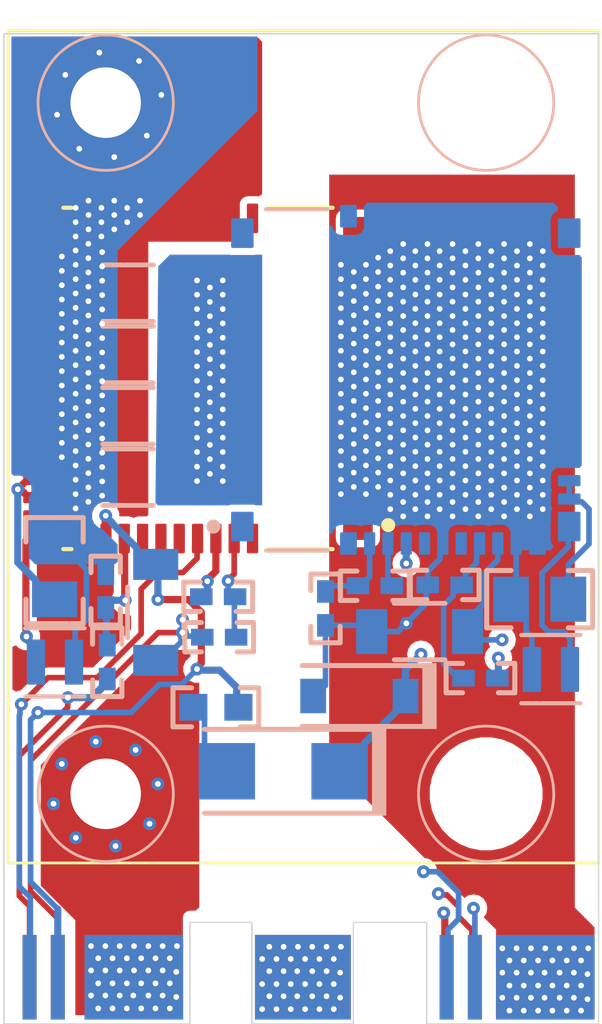
<source format=kicad_pcb>
(kicad_pcb (version 20240108) (generator "pcbnew") (generator_version "8.0")
  (layers (0 "F.Cu" signal "Top Layer") (1 "In1.Cu" signal "Layer 1") (2 "In2.Cu" signal "Layer 2") (31 "B.Cu" signal "Bottom Layer") (34 "B.Paste" user "Bottom Paste") (35 "F.Paste" user "Top Paste") (36 "B.SilkS" user "Bottom Overlay") (37 "F.SilkS" user "Top Overlay") (38 "B.Mask" user "Bottom Solder") (39 "F.Mask" user "Top Solder") (44 "Edge.Cuts" user))
  (net 0 "")
  (net 1 "NetR107_1")
  (net 2 "INL")
  (net 3 "RDRV_H_1")
  (net 4 "HVBUS")
  (net 5 "PGND")
  (net 6 "VNEG_L_1")
  (net 7 "VNEG_H_1")
  (net 8 "U2NC17_1")
  (net 9 "U2NC16_1")
  (net 10 "U2NC1_1")
  (net 11 "U1NC54_1")
  (net 12 "U1NC28_1")
  (net 13 "U1NC17_1")
  (net 14 "U1NC16_1")
  (net 15 "U1NC1_1")
  (net 16 "TEMP_L_1")
  (net 17 "TEMP_H_1")
  (net 18 "OC_L_1")
  (net 19 "OC_H_1")
  (net 20 "FAULT_L_1")
  (net 21 "FAULT_H_1")
  (net 22 "U2NC57_1")
  (net 23 "U2NC52_1")
  (net 24 "U2NC43_1")
  (net 25 "U2NC27_1")
  (net 26 "NetL8_2")
  (net 27 "NetL7_2")
  (net 28 "NetD7_2")
  (net 29 "NetC173_2")
  (net 30 "NetC160_2")
  (net 31 "SW")
  (net 32 "INH")
  (net 33 "ISO_12V_L")
  (net 34 "ISO_12V_H")
  (net 35 "5V_L")
  (net 36 "5V_H")
  (footprint "Vault:RQS0052A-MFG" (layer "F.Cu") (at 144.776105 99.656585 180)
    (property "Reference" "U19" (hide yes))
    (property "Value" "LMG3522R030Q" (hide yes))
  )
  (footprint "Vault:0402" (layer "B.Cu") (at 154.800095 110.278595 180)
    (property "Reference" "R106" (hide yes))
    (property "Value" "CRCW0402300RJNED" (hide yes))
  )
  (footprint "Vault:TP_H045P075" (layer "B.Cu") (at 155.001095 114.381595 -90)
    (property "Reference" "TH8" (hide yes))
    (property "Value" "M2.5 SCREW" (hide yes))
  )
  (footprint "Vault:0402" (layer "B.Cu") (at 151.051095 107.005605 180)
    (property "Reference" "R104" (hide yes))
    (property "Value" "MCR01MZPJ000" (hide yes))
  )
  (footprint "Vault:0402" (layer "B.Cu") (at 145.494095 107.395585)
    (property "Reference" "R107" (hide yes))
    (property "Value" "MCR01MZPJ000" (hide yes))
  )
  (footprint "Vault:SOD-123" (layer "B.Cu") (at 150.501095 110.913595 180)
    (property "Reference" "D8" (hide yes))
    (property "Value" "BZT52C16-7-F" (hide yes))
  )
  (footprint "Vault:1206_190" (layer "B.Cu") (at 142.295805 100.982535 180)
    (property "Reference" "C164" (hide yes))
    (property "Value" "C1206C223KDRACTU" (hide yes))
  )
  (footprint "Vault:0805_HV" (layer "B.Cu") (at 156.901105 107.481595 180)
    (property "Reference" "C158" (hide yes))
    (property "Value" "GRM219R61E225KA12D" (hide yes))
  )
  (footprint "Vault:0402" (layer "B.Cu") (at 141.501095 107.176595 -90)
    (property "Reference" "C173" (hide yes))
    (property "Value" "C1005C0G1H220J050BA" (hide yes))
  )
  (footprint "Vault:1206_190" (layer "B.Cu") (at 143.276735 107.949195 90)
    (property "Reference" "C161" (hide yes))
    (property "Value" "C1206C106K3RACTU" (hide yes))
  )
  (footprint "Vault:1206_190" (layer "B.Cu") (at 152.641105 108.627595 180)
    (property "Reference" "C156" (hide yes))
    (property "Value" "C1206C106K3RACTU" (hide yes))
  )
  (footprint "Vault:0805_HV" (layer "B.Cu") (at 139.687095 106.468595 90)
    (property "Reference" "C163" (hide yes))
    (property "Value" "GRM219R61E225KA12D" (hide yes))
  )
  (footprint "Vault:0402" (layer "B.Cu") (at 153.530095 106.976595)
    (property "Reference" "C160" (hide yes))
    (property "Value" "C1005C0G1H220J050BA" (hide yes))
  )
  (footprint "Vault:RQZ0054A-MFG-NV" (layer "B.Cu") (at 152.151095 99.706595)
    (property "Reference" "U18" (hide yes))
    (property "Value" "LMG3425R030RQZT" (hide yes))
  )
  (footprint "Vault:TP_H045P075" (layer "B.Cu") (at 155.001095 89.881585 -90)
    (property "Reference" "TH6" (hide yes))
    (property "Value" "M2.5 SCREW" (hide yes))
  )
  (footprint "Vault:TP_H045P075" (layer "B.Cu") (at 141.501095 90.581605 -90)
    (property "Reference" "TH5" (hide yes))
    (property "Value" "M2.5 SCREW" (hide yes))
  )
  (footprint "Vault:0603" (layer "B.Cu") (at 145.411105 111.313025)
    (property "Reference" "R103" (hide yes))
    (property "Value" "MCT06030C2008FP500" (hide yes))
  )
  (footprint "Vault:0402" (layer "B.Cu") (at 149.301105 107.808775 -90)
    (property "Reference" "C157" (hide yes))
    (property "Value" "CL05B224KO5NNNC" (hide yes))
  )
  (footprint "Vault:1206_190" (layer "B.Cu") (at 142.295805 103.157995 180)
    (property "Reference" "C165" (hide yes))
    (property "Value" "C1206C223KDRACTU" (hide yes))
  )
  (footprint "Vault:0402" (layer "B.Cu") (at 145.529095 108.829175)
    (property "Reference" "C162" (hide yes))
    (property "Value" "CL05B224KO5NNNC" (hide yes))
  )
  (footprint "Vault:FP-SDEM20161T-4R7MS_SMD2-MFG" (layer "B.Cu") (at 139.701095 109.710885 180)
    (property "Reference" "L8" (hide yes))
    (property "Value" "SDEM20161T-4R7MS" (hide yes))
  )
  (footprint "Vault:1206_190" (layer "B.Cu") (at 142.295805 96.631595 180)
    (property "Reference" "C166" (hide yes))
    (property "Value" "C1206C223KDRACTU" (hide yes))
  )
  (footprint "Vault:FP-SDEM20161T-4R7MS_SMD2-MFG" (layer "B.Cu") (at 157.301095 109.970645)
    (property "Reference" "L7" (hide yes))
    (property "Value" "SDEM20161T-4R7MS" (hide yes))
  )
  (footprint "Server1600-Local.PcbLib:EC_GAN_DC_HBLLC" (layer "B.Cu") (at 138.001095 118.381595)
    (property "Reference" "J9" (hide yes))
    (property "Value" "Edge Finger" (hide yes))
  )
  (footprint "Vault:0402" (layer "B.Cu") (at 141.555985 109.713185 90)
    (property "Reference" "R109" (hide yes))
    (property "Value" "CRCW0402300RJNED" (hide yes))
  )
  (footprint "Vault:TP_H045P075" (layer "B.Cu") (at 141.501095 114.381595 -90)
    (property "Reference" "TH7" (hide yes))
    (property "Value" "M2.5 SCREW" (hide yes))
  )
  (footprint "Vault:SMA" (layer "B.Cu") (at 147.801105 113.581595 180)
    (property "Reference" "D7" (hide yes))
    (property "Value" "US1M-13-F" (hide yes))
  )
  (footprint "Vault:1206_190" (layer "B.Cu") (at 142.295805 98.807065 180)
    (property "Reference" "C167" (hide yes))
    (property "Value" "C1206C223KDRACTU" (hide yes))
  )
  (gr_circle (center 141.501105 114.381595) (end 141.501105 111.981595) (stroke (width 0.1)) (fill none) (layer "B.SilkS"))
  (gr_circle (center 155.001105 89.881595) (end 155.001105 87.481595) (stroke (width 0.1)) (fill none) (layer "B.SilkS"))
  (gr_circle (center 141.501105 89.881585) (end 141.501105 87.481585) (stroke (width 0.1)) (fill none) (layer "B.SilkS"))
  (gr_circle (center 155.001105 114.381595) (end 155.001105 111.981595) (stroke (width 0.1)) (fill none) (layer "B.SilkS"))
  (gr_line (start 159.001105 116.832155) (end 159.001105 87.332155) (stroke (width 0.1)) (layer "F.SilkS"))
  (gr_line (start 138.039665 116.832155) (end 138.039665 87.332155) (stroke (width 0.1)) (layer "F.SilkS"))
  (gr_line (start 138.039665 87.332155) (end 159.001105 87.332155) (stroke (width 0.1)) (layer "F.SilkS"))
  (gr_line (start 138.039665 116.832155) (end 159.001105 116.832155) (stroke (width 0.1)) (layer "F.SilkS"))
  (gr_line (start 150.290875 118.937975) (end 152.890875 118.937975) (stroke (width 0.05)) (layer "Edge.Cuts"))
  (gr_line (start 137.890875 87.437975) (end 137.890875 122.537975) (stroke (width 0.05)) (layer "Edge.Cuts"))
  (gr_line (start 144.490875 118.937975) (end 146.690875 118.937975) (stroke (width 0.05)) (layer "Edge.Cuts"))
  (gr_line (start 152.890875 118.937975) (end 152.890875 122.537975) (stroke (width 0.05)) (layer "Edge.Cuts"))
  (gr_line (start 137.890875 122.537975) (end 144.490875 122.537975) (stroke (width 0.05)) (layer "Edge.Cuts"))
  (gr_line (start 137.990875 87.437975) (end 137.890875 87.437975) (stroke (width 0.05)) (layer "Edge.Cuts"))
  (gr_line (start 144.490875 122.537975) (end 144.490875 118.937975) (stroke (width 0.05)) (layer "Edge.Cuts"))
  (gr_line (start 146.690875 122.537975) (end 150.290875 122.537975) (stroke (width 0.05)) (layer "Edge.Cuts"))
  (gr_line (start 146.690875 118.937975) (end 146.690875 122.537975) (stroke (width 0.05)) (layer "Edge.Cuts"))
  (gr_line (start 158.990875 122.537975) (end 158.990875 87.437975) (stroke (width 0.05)) (layer "Edge.Cuts"))
  (gr_line (start 152.890875 122.537975) (end 158.990875 122.537975) (stroke (width 0.05)) (layer "Edge.Cuts"))
  (gr_line (start 158.990875 87.437975) (end 137.990875 87.437975) (stroke (width 0.05)) (layer "Edge.Cuts"))
  (gr_line (start 150.290875 122.537975) (end 150.290875 118.937975) (stroke (width 0.05)) (layer "Edge.Cuts"))
  (segment (start 145.411105 106.487995) (end 145.411105 105.331585) (width 0.254) (layer "F.Cu") (net 1))
  (segment (start 145.108865 106.845225) (end 145.108865 106.790235) (width 0.254) (layer "F.Cu") (net 1))
  (segment (start 145.108865 106.790235) (end 145.411105 106.487995) (width 0.254) (layer "F.Cu") (net 1))
  (via (at 145.108865 106.845225) (size 0.4572) (drill 0.2032) (layers "F.Cu" "B.Cu") (net 1))
  (segment (start 145.108865 107.222595) (end 145.108865 106.845225) (width 0.254) (layer "B.Cu") (net 1))
  (segment (start 144.935865 107.395585) (end 145.108865 107.222595) (width 0.254) (layer "B.Cu") (net 1))
  (segment (start 144.894095 107.395585) (end 144.935865 107.395585) (width 0.254) (layer "B.Cu") (net 1))
  (segment (start 140.153615 110.976335) (end 140.159045 110.970905) (width 0.2) (layer "F.Cu") (net 2))
  (segment (start 138.436655 117.999345) (end 138.801105 118.363785) (width 0.2) (layer "F.Cu") (net 2))
  (segment (start 138.436655 117.999345) (end 138.436655 113.029985) (width 0.2) (layer "F.Cu") (net 2))
  (segment (start 138.436655 113.029985) (end 140.153615 111.313025) (width 0.2) (layer "F.Cu") (net 2))
  (segment (start 138.801105 120.881595) (end 138.801105 118.363785) (width 0.2) (layer "F.Cu") (net 2))
  (segment (start 140.153615 111.313025) (end 140.153615 110.976335) (width 0.2) (layer "F.Cu") (net 2))
  (via (at 140.159045 110.970905) (size 0.4572) (drill 0.2032) (layers "F.Cu" "B.Cu") (net 2))
  (segment (start 140.159045 110.970905) (end 140.998275 110.970905) (width 0.254) (layer "B.Cu") (net 2))
  (segment (start 140.998275 110.970905) (end 141.555985 110.413185) (width 0.254) (layer "B.Cu") (net 2))
  (segment (start 141.555985 110.413185) (end 141.555985 110.313185) (width 0.254) (layer "B.Cu") (net 2))
  (segment (start 151.516095 106.870595) (end 151.651105 107.005605) (width 0.2) (layer "B.Cu") (net 3))
  (segment (start 151.516095 106.870595) (end 151.516095 105.506595) (width 0.2) (layer "B.Cu") (net 3))
  (via (at 145.198905 99.483595) (size 0.4572) (drill 0.2032) (layers "F.Cu" "B.Cu") (net 4))
  (via (at 149.847105 119.803595) (size 0.4572) (drill 0.2032) (layers "F.Cu" "B.Cu") (net 4))
  (via (at 147.561105 122.013395) (size 0.4572) (drill 0.2032) (layers "F.Cu" "B.Cu") (net 4))
  (via (at 147.561105 121.124395) (size 0.4572) (drill 0.2032) (layers "F.Cu" "B.Cu") (net 4))
  (via (at 145.656105 98.721595) (size 0.4572) (drill 0.2032) (layers "F.Cu" "B.Cu") (net 4))
  (via (at 148.297705 121.556195) (size 0.4572) (drill 0.2032) (layers "F.Cu" "B.Cu") (net 4))
  (via (at 149.085105 122.013395) (size 0.4572) (drill 0.2032) (layers "F.Cu" "B.Cu") (net 4))
  (via (at 148.069105 121.124395) (size 0.4572) (drill 0.2032) (layers "F.Cu" "B.Cu") (net 4))
  (via (at 147.307105 121.556195) (size 0.4572) (drill 0.2032) (layers "F.Cu" "B.Cu") (net 4))
  (via (at 145.198905 97.451595) (size 0.4572) (drill 0.2032) (layers "F.Cu" "B.Cu") (net 4))
  (via (at 144.741705 102.785595) (size 0.4572) (drill 0.2032) (layers "F.Cu" "B.Cu") (net 4))
  (via (at 148.577105 120.235395) (size 0.4572) (drill 0.2032) (layers "F.Cu" "B.Cu") (net 4))
  (via (at 149.593105 120.235395) (size 0.4572) (drill 0.2032) (layers "F.Cu" "B.Cu") (net 4))
  (via (at 148.831105 120.667195) (size 0.4572) (drill 0.2032) (layers "F.Cu" "B.Cu") (net 4))
  (via (at 145.198905 102.518895) (size 0.4572) (drill 0.2032) (layers "F.Cu" "B.Cu") (net 4))
  (via (at 148.297705 120.667195) (size 0.4572) (drill 0.2032) (layers "F.Cu" "B.Cu") (net 4))
  (via (at 149.339105 120.667195) (size 0.4572) (drill 0.2032) (layers "F.Cu" "B.Cu") (net 4))
  (via (at 145.198905 103.039595) (size 0.4572) (drill 0.2032) (layers "F.Cu" "B.Cu") (net 4))
  (via (at 144.741705 101.248895) (size 0.4572) (drill 0.2032) (layers "F.Cu" "B.Cu") (net 4))
  (via (at 145.198905 97.959595) (size 0.4572) (drill 0.2032) (layers "F.Cu" "B.Cu") (net 4))
  (via (at 144.741705 97.705595) (size 0.4572) (drill 0.2032) (layers "F.Cu" "B.Cu") (net 4))
  (via (at 147.815105 120.667195) (size 0.4572) (drill 0.2032) (layers "F.Cu" "B.Cu") (net 4))
  (via (at 148.577105 121.124395) (size 0.4572) (drill 0.2032) (layers "F.Cu" "B.Cu") (net 4))
  (via (at 145.198905 98.975595) (size 0.4572) (drill 0.2032) (layers "F.Cu" "B.Cu") (net 4))
  (via (at 147.815105 121.556195) (size 0.4572) (drill 0.2032) (layers "F.Cu" "B.Cu") (net 4))
  (via (at 148.323105 119.803595) (size 0.4572) (drill 0.2032) (layers "F.Cu" "B.Cu") (net 4))
  (via (at 144.741705 101.756895) (size 0.4572) (drill 0.2032) (layers "F.Cu" "B.Cu") (net 4))
  (via (at 145.656105 98.213595) (size 0.4572) (drill 0.2032) (layers "F.Cu" "B.Cu") (net 4))
  (via (at 144.741705 98.721595) (size 0.4572) (drill 0.2032) (layers "F.Cu" "B.Cu") (net 4))
  (via (at 149.593105 122.013395) (size 0.4572) (drill 0.2032) (layers "F.Cu" "B.Cu") (net 4))
  (via (at 144.741705 102.264895) (size 0.4572) (drill 0.2032) (layers "F.Cu" "B.Cu") (net 4))
  (via (at 145.656105 97.197595) (size 0.4572) (drill 0.2032) (layers "F.Cu" "B.Cu") (net 4))
  (via (at 145.656105 103.293595) (size 0.4572) (drill 0.2032) (layers "F.Cu" "B.Cu") (net 4))
  (via (at 145.656105 97.705595) (size 0.4572) (drill 0.2032) (layers "F.Cu" "B.Cu") (net 4))
  (via (at 145.198905 101.007595) (size 0.4572) (drill 0.2032) (layers "F.Cu" "B.Cu") (net 4))
  (via (at 145.656105 99.229595) (size 0.4572) (drill 0.2032) (layers "F.Cu" "B.Cu") (net 4))
  (via (at 144.741705 100.753595) (size 0.4572) (drill 0.2032) (layers "F.Cu" "B.Cu") (net 4))
  (via (at 144.741705 99.229595) (size 0.4572) (drill 0.2032) (layers "F.Cu" "B.Cu") (net 4))
  (via (at 145.656105 101.248895) (size 0.4572) (drill 0.2032) (layers "F.Cu" "B.Cu") (net 4))
  (via (at 144.741705 96.181595) (size 0.4572) (drill 0.2032) (layers "F.Cu" "B.Cu") (net 4))
  (via (at 147.561105 120.235395) (size 0.4572) (drill 0.2032) (layers "F.Cu" "B.Cu") (net 4))
  (via (at 147.307105 120.667195) (size 0.4572) (drill 0.2032) (layers "F.Cu" "B.Cu") (net 4))
  (via (at 148.577105 122.013395) (size 0.4572) (drill 0.2032) (layers "F.Cu" "B.Cu") (net 4))
  (via (at 145.656105 100.245595) (size 0.4572) (drill 0.2032) (layers "F.Cu" "B.Cu") (net 4))
  (via (at 149.339105 121.556195) (size 0.4572) (drill 0.2032) (layers "F.Cu" "B.Cu") (net 4))
  (via (at 145.656105 102.264895) (size 0.4572) (drill 0.2032) (layers "F.Cu" "B.Cu") (net 4))
  (via (at 145.198905 101.502895) (size 0.4572) (drill 0.2032) (layers "F.Cu" "B.Cu") (net 4))
  (via (at 145.198905 96.943595) (size 0.4572) (drill 0.2032) (layers "F.Cu" "B.Cu") (net 4))
  (via (at 145.656105 101.756895) (size 0.4572) (drill 0.2032) (layers "F.Cu" "B.Cu") (net 4))
  (via (at 147.307105 119.803595) (size 0.4572) (drill 0.2032) (layers "F.Cu" "B.Cu") (net 4))
  (via (at 145.198905 98.467595) (size 0.4572) (drill 0.2032) (layers "F.Cu" "B.Cu") (net 4))
  (via (at 144.741705 97.197595) (size 0.4572) (drill 0.2032) (layers "F.Cu" "B.Cu") (net 4))
  (via (at 147.815105 119.803595) (size 0.4572) (drill 0.2032) (layers "F.Cu" "B.Cu") (net 4))
  (via (at 145.656105 100.753595) (size 0.4572) (drill 0.2032) (layers "F.Cu" "B.Cu") (net 4))
  (via (at 149.821705 120.717995) (size 0.4572) (drill 0.2032) (layers "F.Cu" "B.Cu") (net 4))
  (via (at 148.069105 120.235395) (size 0.4572) (drill 0.2032) (layers "F.Cu" "B.Cu") (net 4))
  (via (at 149.085105 121.124395) (size 0.4572) (drill 0.2032) (layers "F.Cu" "B.Cu") (net 4))
  (via (at 149.085105 120.235395) (size 0.4572) (drill 0.2032) (layers "F.Cu" "B.Cu") (net 4))
  (via (at 145.656105 102.785595) (size 0.4572) (drill 0.2032) (layers "F.Cu" "B.Cu") (net 4))
  (via (at 149.821705 121.606995) (size 0.4572) (drill 0.2032) (layers "F.Cu" "B.Cu") (net 4))
  (via (at 145.198905 100.499595) (size 0.4572) (drill 0.2032) (layers "F.Cu" "B.Cu") (net 4))
  (via (at 144.741705 100.245595) (size 0.4572) (drill 0.2032) (layers "F.Cu" "B.Cu") (net 4))
  (via (at 147.053105 122.013395) (size 0.4572) (drill 0.2032) (layers "F.Cu" "B.Cu") (net 4))
  (via (at 145.198905 102.010895) (size 0.4572) (drill 0.2032) (layers "F.Cu" "B.Cu") (net 4))
  (via (at 147.053105 120.235395) (size 0.4572) (drill 0.2032) (layers "F.Cu" "B.Cu") (net 4))
  (via (at 148.831105 119.803595) (size 0.4572) (drill 0.2032) (layers "F.Cu" "B.Cu") (net 4))
  (via (at 144.741705 96.689595) (size 0.4572) (drill 0.2032) (layers "F.Cu" "B.Cu") (net 4))
  (via (at 149.339105 119.803595) (size 0.4572) (drill 0.2032) (layers "F.Cu" "B.Cu") (net 4))
  (via (at 144.741705 103.293595) (size 0.4572) (drill 0.2032) (layers "F.Cu" "B.Cu") (net 4))
  (via (at 148.831105 121.556195) (size 0.4572) (drill 0.2032) (layers "F.Cu" "B.Cu") (net 4))
  (via (at 148.069105 122.013395) (size 0.4572) (drill 0.2032) (layers "F.Cu" "B.Cu") (net 4))
  (via (at 149.593105 121.124395) (size 0.4572) (drill 0.2032) (layers "F.Cu" "B.Cu") (net 4))
  (via (at 145.656105 96.181595) (size 0.4572) (drill 0.2032) (layers "F.Cu" "B.Cu") (net 4))
  (via (at 145.198905 99.991595) (size 0.4572) (drill 0.2032) (layers "F.Cu" "B.Cu") (net 4))
  (via (at 145.656105 99.737595) (size 0.4572) (drill 0.2032) (layers "F.Cu" "B.Cu") (net 4))
  (via (at 145.656105 96.689595) (size 0.4572) (drill 0.2032) (layers "F.Cu" "B.Cu") (net 4))
  (via (at 144.741705 99.737595) (size 0.4572) (drill 0.2032) (layers "F.Cu" "B.Cu") (net 4))
  (via (at 145.198905 96.435595) (size 0.4572) (drill 0.2032) (layers "F.Cu" "B.Cu") (net 4))
  (via (at 144.741705 98.213595) (size 0.4572) (drill 0.2032) (layers "F.Cu" "B.Cu") (net 4))
  (via (at 147.053105 121.124395) (size 0.4572) (drill 0.2032) (layers "F.Cu" "B.Cu") (net 4))
  (segment (start 141.501105 89.881585) (end 141.806695 90.187185) (width 0.254) (layer "F.Cu") (net 5))
  (segment (start 141.806695 91.809635) (end 141.806695 90.187185) (width 0.254) (layer "F.Cu") (net 5))
  (segment (start 138.836655 117.833655) (end 139.801105 118.798105) (width 0.2) (layer "F.Cu") (net 5))
  (segment (start 144.174885 108.743375) (end 144.224095 108.792585) (width 0.2) (layer "F.Cu") (net 5))
  (segment (start 141.501105 89.881585) (end 141.792865 89.881585) (width 0.254) (layer "F.Cu") (net 5))
  (segment (start 138.836655 117.833655) (end 138.836655 113.195665) (width 0.2) (layer "F.Cu") (net 5))
  (segment (start 141.792865 89.881585) (end 142.961095 91.049825) (width 0.254) (layer "F.Cu") (net 5))
  (segment (start 138.836655 113.195665) (end 143.366735 108.665585) (width 0.2) (layer "F.Cu") (net 5))
  (segment (start 139.801105 120.881595) (end 139.801105 118.798105) (width 0.2) (layer "F.Cu") (net 5))
  (segment (start 143.366735 108.665585) (end 144.221455 108.665585) (width 0.2) (layer "F.Cu") (net 5))
  (via (at 142.506505 120.641795) (size 0.4572) (drill 0.2032) (layers "F.Cu" "B.Cu") (net 5))
  (via (at 140.892295 94.371565) (size 0.4572) (drill 0.2032) (layers "F.Cu" "B.Cu") (net 5))
  (via (at 140.885255 103.521425) (size 0.4572) (drill 0.2032) (layers "F.Cu" "B.Cu") (net 5))
  (via (at 140.069275 88.897685) (size 0.4572) (drill 0.2032) (layers "F.Cu" "B.Cu") (net 5))
  (via (at 140.885255 97.933425) (size 0.4572) (drill 0.2032) (layers "F.Cu" "B.Cu") (net 5))
  (via (at 139.944265 95.843575) (size 0.4572) (drill 0.2032) (layers "F.Cu" "B.Cu") (net 5))
  (via (at 139.944265 96.351575) (size 0.4572) (drill 0.2032) (layers "F.Cu" "B.Cu") (net 5))
  (via (at 140.435095 103.248865) (size 0.4572) (drill 0.2032) (layers "F.Cu" "B.Cu") (net 5))
  (via (at 140.435095 97.660865) (size 0.4572) (drill 0.2032) (layers "F.Cu" "B.Cu") (net 5))
  (via (at 139.775085 90.309275) (size 0.4572) (drill 0.2032) (layers "F.Cu" "B.Cu") (net 5))
  (via (at 140.435095 102.232865) (size 0.4572) (drill 0.2032) (layers "F.Cu" "B.Cu") (net 5))
  (via (at 140.885255 101.489425) (size 0.4572) (drill 0.2032) (layers "F.Cu" "B.Cu") (net 5))
  (via (at 140.885255 97.425425) (size 0.4572) (drill 0.2032) (layers "F.Cu" "B.Cu") (net 5))
  (via (at 140.982505 120.641795) (size 0.4572) (drill 0.2032) (layers "F.Cu" "B.Cu") (net 5))
  (via (at 142.760505 121.098995) (size 0.4572) (drill 0.2032) (layers "F.Cu" "B.Cu") (net 5))
  (via (at 140.435095 98.676865) (size 0.4572) (drill 0.2032) (layers "F.Cu" "B.Cu") (net 5))
  (via (at 143.268505 120.209995) (size 0.4572) (drill 0.2032) (layers "F.Cu" "B.Cu") (net 5))
  (via (at 140.435095 95.628865) (size 0.4572) (drill 0.2032) (layers "F.Cu" "B.Cu") (net 5))
  (via (at 142.506505 119.778195) (size 0.4572) (drill 0.2032) (layers "F.Cu" "B.Cu") (net 5))
  (via (at 143.014505 120.641795) (size 0.4572) (drill 0.2032) (layers "F.Cu" "B.Cu") (net 5))
  (via (at 142.252505 120.209995) (size 0.4572) (drill 0.2032) (layers "F.Cu" "B.Cu") (net 5))
  (via (at 140.885255 99.965425) (size 0.4572) (drill 0.2032) (layers "F.Cu" "B.Cu") (net 5))
  (via (at 140.435095 100.200865) (size 0.4572) (drill 0.2032) (layers "F.Cu" "B.Cu") (net 5))
  (via (at 141.349495 94.117565) (size 0.4572) (drill 0.2032) (layers "F.Cu" "B.Cu") (net 5))
  (via (at 139.944265 96.859575) (size 0.4572) (drill 0.2032) (layers "F.Cu" "B.Cu") (net 5))
  (via (at 140.440185 115.938455) (size 0.4572) (drill 0.2032) (layers "F.Cu" "B.Cu") (net 5))
  (via (at 141.806695 94.371565) (size 0.4572) (drill 0.2032) (layers "F.Cu" "B.Cu") (net 5))
  (via (at 142.721095 93.863565) (size 0.4572) (drill 0.2032) (layers "F.Cu" "B.Cu") (net 5))
  (via (at 140.885255 100.473425) (size 0.4572) (drill 0.2032) (layers "F.Cu" "B.Cu") (net 5))
  (via (at 143.477155 89.607925) (size 0.4572) (drill 0.2032) (layers "F.Cu" "B.Cu") (net 5))
  (via (at 140.885255 103.013425) (size 0.4572) (drill 0.2032) (layers "F.Cu" "B.Cu") (net 5))
  (via (at 142.760505 121.987995) (size 0.4572) (drill 0.2032) (layers "F.Cu" "B.Cu") (net 5))
  (via (at 144.030505 119.778195) (size 0.4572) (drill 0.2032) (layers "F.Cu" "B.Cu") (net 5))
  (via (at 140.435095 101.216865) (size 0.4572) (drill 0.2032) (layers "F.Cu" "B.Cu") (net 5))
  (via (at 142.721095 93.355565) (size 0.4572) (drill 0.2032) (layers "F.Cu" "B.Cu") (net 5))
  (via (at 143.522505 120.641795) (size 0.4572) (drill 0.2032) (layers "F.Cu" "B.Cu") (net 5))
  (via (at 144.005105 120.692595) (size 0.4572) (drill 0.2032) (layers "F.Cu" "B.Cu") (net 5))
  (via (at 139.650065 114.732285) (size 0.4572) (drill 0.2032) (layers "F.Cu" "B.Cu") (net 5))
  (via (at 140.435095 95.120865) (size 0.4572) (drill 0.2032) (layers "F.Cu" "B.Cu") (net 5))
  (via (at 141.236505 121.098995) (size 0.4572) (drill 0.2032) (layers "F.Cu" "B.Cu") (net 5))
  (via (at 140.565195 91.515445) (size 0.4572) (drill 0.2032) (layers "F.Cu" "B.Cu") (net 5))
  (via (at 139.944265 101.431575) (size 0.4572) (drill 0.2032) (layers "F.Cu" "B.Cu") (net 5))
  (via (at 141.998505 119.778195) (size 0.4572) (drill 0.2032) (layers "F.Cu" "B.Cu") (net 5))
  (via (at 141.744505 120.209995) (size 0.4572) (drill 0.2032) (layers "F.Cu" "B.Cu") (net 5))
  (via (at 139.944265 101.939575) (size 0.4572) (drill 0.2032) (layers "F.Cu" "B.Cu") (net 5))
  (via (at 140.892295 93.863565) (size 0.4572) (drill 0.2032) (layers "F.Cu" "B.Cu") (net 5))
  (via (at 140.435095 100.708865) (size 0.4572) (drill 0.2032) (layers "F.Cu" "B.Cu") (net 5))
  (via (at 141.806695 91.809635) (size 0.4572) (drill 0.2032) (layers "F.Cu" "B.Cu") (net 5))
  (via (at 140.435095 97.152865) (size 0.4572) (drill 0.2032) (layers "F.Cu" "B.Cu") (net 5))
  (via (at 141.376085 96.194715) (size 0.4572) (drill 0.2032) (layers "F.Cu" "B.Cu") (net 5))
  (via (at 141.236505 120.209995) (size 0.4572) (drill 0.2032) (layers "F.Cu" "B.Cu") (net 5))
  (via (at 142.760505 120.209995) (size 0.4572) (drill 0.2032) (layers "F.Cu" "B.Cu") (net 5))
  (via (at 143.014505 121.530795) (size 0.4572) (drill 0.2032) (layers "F.Cu" "B.Cu") (net 5))
  (via (at 141.806695 93.355565) (size 0.4572) (drill 0.2032) (layers "F.Cu" "B.Cu") (net 5))
  (via (at 142.263895 93.609565) (size 0.4572) (drill 0.2032) (layers "F.Cu" "B.Cu") (net 5))
  (via (at 143.268505 121.987995) (size 0.4572) (drill 0.2032) (layers "F.Cu" "B.Cu") (net 5))
  (via (at 140.435095 102.740865) (size 0.4572) (drill 0.2032) (layers "F.Cu" "B.Cu") (net 5))
  (via (at 141.236505 121.987995) (size 0.4572) (drill 0.2032) (layers "F.Cu" "B.Cu") (net 5))
  (via (at 139.944265 100.923575) (size 0.4572) (drill 0.2032) (layers "F.Cu" "B.Cu") (net 5))
  (via (at 142.687035 88.401755) (size 0.4572) (drill 0.2032) (layers "F.Cu" "B.Cu") (net 5))
  (via (at 140.885255 98.441425) (size 0.4572) (drill 0.2032) (layers "F.Cu" "B.Cu") (net 5))
  (via (at 140.435095 98.168865) (size 0.4572) (drill 0.2032) (layers "F.Cu" "B.Cu") (net 5))
  (via (at 143.776505 121.987995) (size 0.4572) (drill 0.2032) (layers "F.Cu" "B.Cu") (net 5))
  (via (at 141.490505 120.641795) (size 0.4572) (drill 0.2032) (layers "F.Cu" "B.Cu") (net 5))
  (via (at 141.376085 96.702715) (size 0.4572) (drill 0.2032) (layers "F.Cu" "B.Cu") (net 5))
  (via (at 140.435095 94.117565) (size 0.4572) (drill 0.2032) (layers "F.Cu" "B.Cu") (net 5))
  (via (at 144.226745 108.210345) (size 0.4572) (drill 0.2032) (layers "F.Cu" "B.Cu") (net 5))
  (via (at 141.376085 95.686715) (size 0.4572) (drill 0.2032) (layers "F.Cu" "B.Cu") (net 5))
  (via (at 141.806695 93.863565) (size 0.4572) (drill 0.2032) (layers "F.Cu" "B.Cu") (net 5))
  (via (at 141.490505 121.530795) (size 0.4572) (drill 0.2032) (layers "F.Cu" "B.Cu") (net 5))
  (via (at 143.352135 114.030935) (size 0.4572) (drill 0.2032) (layers "F.Cu" "B.Cu") (net 5))
  (via (at 141.376085 98.734715) (size 0.4572) (drill 0.2032) (layers "F.Cu" "B.Cu") (net 5))
  (via (at 142.562025 112.824765) (size 0.4572) (drill 0.2032) (layers "F.Cu" "B.Cu") (net 5))
  (via (at 143.776505 121.098995) (size 0.4572) (drill 0.2032) (layers "F.Cu" "B.Cu") (net 5))
  (via (at 140.892295 93.355565) (size 0.4572) (drill 0.2032) (layers "F.Cu" "B.Cu") (net 5))
  (via (at 141.376085 98.226715) (size 0.4572) (drill 0.2032) (layers "F.Cu" "B.Cu") (net 5))
  (via (at 141.150435 112.530575) (size 0.4572) (drill 0.2032) (layers "F.Cu" "B.Cu") (net 5))
  (via (at 141.376085 101.274715) (size 0.4572) (drill 0.2032) (layers "F.Cu" "B.Cu") (net 5))
  (via (at 140.982505 119.778195) (size 0.4572) (drill 0.2032) (layers "F.Cu" "B.Cu") (net 5))
  (via (at 144.005105 121.581595) (size 0.4572) (drill 0.2032) (layers "F.Cu" "B.Cu") (net 5))
  (via (at 141.376085 99.242715) (size 0.4572) (drill 0.2032) (layers "F.Cu" "B.Cu") (net 5))
  (via (at 142.481105 121.530795) (size 0.4572) (drill 0.2032) (layers "F.Cu" "B.Cu") (net 5))
  (via (at 140.435095 93.609565) (size 0.4572) (drill 0.2032) (layers "F.Cu" "B.Cu") (net 5))
  (via (at 139.944265 97.875575) (size 0.4572) (drill 0.2032) (layers "F.Cu" "B.Cu") (net 5))
  (via (at 144.221455 108.665585) (size 0.4572) (drill 0.2032) (layers "F.Cu" "B.Cu") (net 5))
  (via (at 140.435095 101.724865) (size 0.4572) (drill 0.2032) (layers "F.Cu" "B.Cu") (net 5))
  (via (at 140.435095 99.184865) (size 0.4572) (drill 0.2032) (layers "F.Cu" "B.Cu") (net 5))
  (via (at 141.376085 102.290715) (size 0.4572) (drill 0.2032) (layers "F.Cu" "B.Cu") (net 5))
  (via (at 141.349495 93.609565) (size 0.4572) (drill 0.2032) (layers "F.Cu" "B.Cu") (net 5))
  (via (at 139.944265 113.320695) (size 0.4572) (drill 0.2032) (layers "F.Cu" "B.Cu") (net 5))
  (via (at 140.885255 96.917425) (size 0.4572) (drill 0.2032) (layers "F.Cu" "B.Cu") (net 5))
  (via (at 140.435095 96.644865) (size 0.4572) (drill 0.2032) (layers "F.Cu" "B.Cu") (net 5))
  (via (at 140.885255 100.981425) (size 0.4572) (drill 0.2032) (layers "F.Cu" "B.Cu") (net 5))
  (via (at 142.263895 94.117565) (size 0.4572) (drill 0.2032) (layers "F.Cu" "B.Cu") (net 5))
  (via (at 139.944265 100.415575) (size 0.4572) (drill 0.2032) (layers "F.Cu" "B.Cu") (net 5))
  (via (at 141.490505 119.778195) (size 0.4572) (drill 0.2032) (layers "F.Cu" "B.Cu") (net 5))
  (via (at 142.252505 121.987995) (size 0.4572) (drill 0.2032) (layers "F.Cu" "B.Cu") (net 5))
  (via (at 141.376085 103.306715) (size 0.4572) (drill 0.2032) (layers "F.Cu" "B.Cu") (net 5))
  (via (at 141.998505 121.530795) (size 0.4572) (drill 0.2032) (layers "F.Cu" "B.Cu") (net 5))
  (via (at 140.885255 96.409425) (size 0.4572) (drill 0.2032) (layers "F.Cu" "B.Cu") (net 5))
  (via (at 141.376085 100.258715) (size 0.4572) (drill 0.2032) (layers "F.Cu" "B.Cu") (net 5))
  (via (at 140.885255 101.997425) (size 0.4572) (drill 0.2032) (layers "F.Cu" "B.Cu") (net 5))
  (via (at 142.961095 91.049825) (size 0.4572) (drill 0.2032) (layers "F.Cu" "B.Cu") (net 5))
  (via (at 139.944265 97.367575) (size 0.4572) (drill 0.2032) (layers "F.Cu" "B.Cu") (net 5))
  (via (at 140.885255 102.505425) (size 0.4572) (drill 0.2032) (layers "F.Cu" "B.Cu") (net 5))
  (via (at 140.435095 99.692865) (size 0.4572) (drill 0.2032) (layers "F.Cu" "B.Cu") (net 5))
  (via (at 143.522505 121.530795) (size 0.4572) (drill 0.2032) (layers "F.Cu" "B.Cu") (net 5))
  (via (at 143.057945 115.442525) (size 0.4572) (drill 0.2032) (layers "F.Cu" "B.Cu") (net 5))
  (via (at 143.776505 120.209995) (size 0.4572) (drill 0.2032) (layers "F.Cu" "B.Cu") (net 5))
  (via (at 143.014505 119.778195) (size 0.4572) (drill 0.2032) (layers "F.Cu" "B.Cu") (net 5))
  (via (at 141.744505 121.987995) (size 0.4572) (drill 0.2032) (layers "F.Cu" "B.Cu") (net 5))
  (via (at 141.376085 103.814715) (size 0.4572) (drill 0.2032) (layers "F.Cu" "B.Cu") (net 5))
  (via (at 140.885255 94.885425) (size 0.4572) (drill 0.2032) (layers "F.Cu" "B.Cu") (net 5))
  (via (at 141.376085 102.798715) (size 0.4572) (drill 0.2032) (layers "F.Cu" "B.Cu") (net 5))
  (via (at 140.982505 121.530795) (size 0.4572) (drill 0.2032) (layers "F.Cu" "B.Cu") (net 5))
  (via (at 140.435095 103.756865) (size 0.4572) (drill 0.2032) (layers "F.Cu" "B.Cu") (net 5))
  (via (at 140.435095 94.625565) (size 0.4572) (drill 0.2032) (layers "F.Cu" "B.Cu") (net 5))
  (via (at 142.252505 121.098995) (size 0.4572) (drill 0.2032) (layers "F.Cu" "B.Cu") (net 5))
  (via (at 140.885255 95.393425) (size 0.4572) (drill 0.2032) (layers "F.Cu" "B.Cu") (net 5))
  (via (at 141.275445 88.107565) (size 0.4572) (drill 0.2032) (layers "F.Cu" "B.Cu") (net 5))
  (via (at 140.885255 98.949425) (size 0.4572) (drill 0.2032) (layers "F.Cu" "B.Cu") (net 5))
  (via (at 141.376085 97.718715) (size 0.4572) (drill 0.2032) (layers "F.Cu" "B.Cu") (net 5))
  (via (at 141.349495 94.625565) (size 0.4572) (drill 0.2032) (layers "F.Cu" "B.Cu") (net 5))
  (via (at 141.376085 97.210715) (size 0.4572) (drill 0.2032) (layers "F.Cu" "B.Cu") (net 5))
  (via (at 141.851775 116.232645) (size 0.4572) (drill 0.2032) (layers "F.Cu" "B.Cu") (net 5))
  (via (at 140.435095 104.264865) (size 0.4572) (drill 0.2032) (layers "F.Cu" "B.Cu") (net 5))
  (via (at 140.885255 99.457425) (size 0.4572) (drill 0.2032) (layers "F.Cu" "B.Cu") (net 5))
  (via (at 139.944265 102.447575) (size 0.4572) (drill 0.2032) (layers "F.Cu" "B.Cu") (net 5))
  (via (at 143.268505 121.098995) (size 0.4572) (drill 0.2032) (layers "F.Cu" "B.Cu") (net 5))
  (via (at 140.435095 96.136865) (size 0.4572) (drill 0.2032) (layers "F.Cu" "B.Cu") (net 5))
  (via (at 141.376085 100.766715) (size 0.4572) (drill 0.2032) (layers "F.Cu" "B.Cu") (net 5))
  (via (at 141.376085 99.750715) (size 0.4572) (drill 0.2032) (layers "F.Cu" "B.Cu") (net 5))
  (via (at 139.944265 99.907575) (size 0.4572) (drill 0.2032) (layers "F.Cu" "B.Cu") (net 5))
  (via (at 139.944265 98.891575) (size 0.4572) (drill 0.2032) (layers "F.Cu" "B.Cu") (net 5))
  (via (at 140.885255 95.901425) (size 0.4572) (drill 0.2032) (layers "F.Cu" "B.Cu") (net 5))
  (via (at 139.944265 99.399575) (size 0.4572) (drill 0.2032) (layers "F.Cu" "B.Cu") (net 5))
  (via (at 139.944265 98.383575) (size 0.4572) (drill 0.2032) (layers "F.Cu" "B.Cu") (net 5))
  (via (at 143.522505 119.778195) (size 0.4572) (drill 0.2032) (layers "F.Cu" "B.Cu") (net 5))
  (via (at 141.744505 121.098995) (size 0.4572) (drill 0.2032) (layers "F.Cu" "B.Cu") (net 5))
  (via (at 141.998505 120.641795) (size 0.4572) (drill 0.2032) (layers "F.Cu" "B.Cu") (net 5))
  (via (at 141.376085 101.782715) (size 0.4572) (drill 0.2032) (layers "F.Cu" "B.Cu") (net 5))
  (via (at 139.944265 95.335575) (size 0.4572) (drill 0.2032) (layers "F.Cu" "B.Cu") (net 5))
  (via (at 141.376085 95.178715) (size 0.4572) (drill 0.2032) (layers "F.Cu" "B.Cu") (net 5))
  (via (at 140.885255 104.029425) (size 0.4572) (drill 0.2032) (layers "F.Cu" "B.Cu") (net 5))
  (segment (start 140.820715 108.210345) (end 140.820715 106.421115) (width 0.2) (layer "B.Cu") (net 5))
  (segment (start 140.376105 109.710885) (end 140.420175 109.666815) (width 0.2) (layer "B.Cu") (net 5))
  (segment (start 141.501105 106.576605) (end 141.501105 105.821415) (width 0.2) (layer "B.Cu") (net 5))
  (segment (start 144.892515 108.792585) (end 144.929105 108.829175) (width 0.2) (layer "B.Cu") (net 5))
  (segment (start 139.852205 105.452595) (end 141.132285 105.452595) (width 0.2) (layer "B.Cu") (net 5))
  (segment (start 140.420175 108.610885) (end 140.820715 108.210345) (width 0.2) (layer "B.Cu") (net 5))
  (segment (start 144.224095 108.792585) (end 144.892515 108.792585) (width 0.2) (layer "B.Cu") (net 5))
  (segment (start 141.132285 105.452595) (end 141.501105 105.821415) (width 0.2) (layer "B.Cu") (net 5))
  (segment (start 143.561345 109.614595) (end 144.174885 109.001055) (width 0.2) (layer "B.Cu") (net 5))
  (segment (start 140.420175 109.666815) (end 140.420175 108.610885) (width 0.2) (layer "B.Cu") (net 5))
  (segment (start 144.174885 109.001055) (end 144.174885 108.841805) (width 0.2) (layer "B.Cu") (net 5))
  (segment (start 139.852205 105.452595) (end 140.820715 106.421115) (width 0.2) (layer "B.Cu") (net 5))
  (segment (start 139.687105 105.452595) (end 139.852205 105.452595) (width 0.2) (layer "B.Cu") (net 5))
  (segment (start 144.221455 108.665585) (end 144.224095 108.662945) (width 0.2) (layer "B.Cu") (net 5))
  (segment (start 144.224095 108.212985) (end 144.226745 108.210345) (width 0.2) (layer "B.Cu") (net 5))
  (segment (start 144.224095 108.662945) (end 144.224095 108.212985) (width 0.2) (layer "B.Cu") (net 5))
  (segment (start 138.776105 103.881585) (end 138.938605 103.881585) (width 0.254) (layer "F.Cu") (net 6))
  (segment (start 138.382105 103.585585) (end 138.667105 103.300585) (width 0.254) (layer "F.Cu") (net 6))
  (segment (start 139.032095 103.300585) (end 139.101105 103.231585) (width 0.254) (layer "F.Cu") (net 6))
  (segment (start 138.420975 103.624465) (end 138.518985 103.624465) (width 0.254) (layer "F.Cu") (net 6))
  (segment (start 138.382105 103.585585) (end 138.420975 103.624465) (width 0.254) (layer "F.Cu") (net 6))
  (segment (start 138.667105 103.300585) (end 139.032095 103.300585) (width 0.254) (layer "F.Cu") (net 6))
  (segment (start 138.518985 103.624465) (end 138.776105 103.881585) (width 0.254) (layer "F.Cu") (net 6))
  (segment (start 138.382095 103.585585) (end 138.382105 103.585585) (width 0.254) (layer "F.Cu") (net 6))
  (via (at 138.382095 103.585585) (size 0.4572) (drill 0.2032) (layers "F.Cu" "B.Cu") (net 6))
  (segment (start 139.522005 107.484595) (end 139.687105 107.484595) (width 0.254) (layer "B.Cu") (net 6))
  (segment (start 138.382095 106.179595) (end 138.382095 103.585585) (width 0.254) (layer "B.Cu") (net 6))
  (segment (start 139.014005 106.976595) (end 139.522005 107.484595) (width 0.254) (layer "B.Cu") (net 6))
  (segment (start 138.382095 106.179595) (end 139.014005 106.811495) (width 0.254) (layer "B.Cu") (net 6))
  (segment (start 139.014005 106.976595) (end 139.014005 106.811495) (width 0.254) (layer "B.Cu") (net 6))
  (segment (start 158.394905 104.031595) (end 158.651105 104.287795) (width 0.2) (layer "B.Cu") (net 7))
  (segment (start 157.951105 103.931595) (end 158.051105 104.031595) (width 0.2) (layer "B.Cu") (net 7))
  (segment (start 157.917095 107.481595) (end 157.917095 106.259405) (width 0.2) (layer "B.Cu") (net 7))
  (segment (start 158.651105 105.525405) (end 158.651105 104.287795) (width 0.2) (layer "B.Cu") (net 7))
  (segment (start 158.051105 104.031595) (end 158.394905 104.031595) (width 0.2) (layer "B.Cu") (net 7))
  (segment (start 157.951105 103.931595) (end 157.951105 103.281595) (width 0.2) (layer "B.Cu") (net 7))
  (segment (start 157.917095 106.259405) (end 158.651105 105.525405) (width 0.2) (layer "B.Cu") (net 7))
  (segment (start 143.348915 106.536195) (end 144.242765 106.536195) (width 0.2) (layer "F.Cu") (net 16))
  (segment (start 139.451505 110.263185) (end 141.203455 110.263185) (width 0.2) (layer "F.Cu") (net 16))
  (segment (start 141.203455 110.263185) (end 142.760505 108.706135) (width 0.2) (layer "F.Cu") (net 16))
  (segment (start 144.242765 106.536195) (end 144.744245 106.034705) (width 0.2) (layer "F.Cu") (net 16))
  (segment (start 142.760505 108.706135) (end 142.760505 107.124595) (width 0.2) (layer "F.Cu") (net 16))
  (segment (start 138.509095 111.205585) (end 139.451505 110.263185) (width 0.2) (layer "F.Cu") (net 16))
  (segment (start 144.744245 105.348445) (end 144.761095 105.331585) (width 0.2) (layer "F.Cu") (net 16))
  (segment (start 144.744245 106.034705) (end 144.744245 105.348445) (width 0.2) (layer "F.Cu") (net 16))
  (segment (start 142.760505 107.124595) (end 143.348915 106.536195) (width 0.2) (layer "F.Cu") (net 16))
  (via (at 138.509095 111.205585) (size 0.4572) (drill 0.2032) (layers "F.Cu" "B.Cu") (net 16))
  (segment (start 138.459885 111.254805) (end 138.509095 111.205585) (width 0.2) (layer "B.Cu") (net 16))
  (segment (start 138.459885 111.570845) (end 138.459885 111.254805) (width 0.2) (layer "B.Cu") (net 16))
  (segment (start 138.436655 117.664915) (end 138.436655 111.594075) (width 0.2) (layer "B.Cu") (net 16))
  (segment (start 138.436655 111.594075) (end 138.459885 111.570845) (width 0.2) (layer "B.Cu") (net 16))
  (segment (start 138.436655 117.664915) (end 138.828705 118.056965) (width 0.2) (layer "B.Cu") (net 16))
  (segment (start 138.828705 120.853995) (end 138.828705 118.056965) (width 0.2) (layer "B.Cu") (net 16))
  (segment (start 138.801105 120.881595) (end 138.828705 120.853995) (width 0.2) (layer "B.Cu") (net 16))
  (via (at 152.166105 106.214595) (size 0.4572) (drill 0.2032) (layers "F.Cu" "B.Cu") (net 17))
  (via (at 152.778985 117.142745) (size 0.4572) (drill 0.2032) (layers "F.Cu" "B.Cu") (net 17))
  (segment (start 153.601095 120.881595) (end 153.644185 120.838505) (width 0.2) (layer "B.Cu") (net 17))
  (segment (start 152.166105 106.214595) (end 152.166105 105.506595) (width 0.254) (layer "B.Cu") (net 17))
  (segment (start 152.778985 117.142745) (end 153.280785 117.142745) (width 0.2) (layer "B.Cu") (net 17))
  (segment (start 153.644185 119.198755) (end 154.023905 118.819045) (width 0.2) (layer "B.Cu") (net 17))
  (segment (start 153.280785 117.142745) (end 154.023905 117.885865) (width 0.2) (layer "B.Cu") (net 17))
  (segment (start 153.644185 120.838505) (end 153.644185 119.198755) (width 0.2) (layer "B.Cu") (net 17))
  (segment (start 154.023905 118.819045) (end 154.023905 117.885865) (width 0.2) (layer "B.Cu") (net 17))
  (segment (start 138.671105 108.787025) (end 138.671105 105.403375) (width 0.254) (layer "F.Cu") (net 26))
  (segment (start 138.671105 108.787025) (end 138.689985 108.805905) (width 0.254) (layer "F.Cu") (net 26))
  (segment (start 138.703105 105.254585) (end 139.101105 104.856585) (width 0.254) (layer "F.Cu") (net 26))
  (segment (start 138.703105 105.371385) (end 138.703105 105.254585) (width 0.254) (layer "F.Cu") (net 26))
  (segment (start 138.671105 105.403375) (end 138.703105 105.371385) (width 0.254) (layer "F.Cu") (net 26))
  (via (at 138.689985 108.805905) (size 0.4572) (drill 0.2032) (layers "F.Cu" "B.Cu") (net 26))
  (segment (start 138.728865 108.938645) (end 139.026105 109.235885) (width 0.254) (layer "B.Cu") (net 26))
  (segment (start 139.026105 109.710885) (end 139.026105 109.235885) (width 0.254) (layer "B.Cu") (net 26))
  (segment (start 138.728865 108.938645) (end 138.728865 108.844785) (width 0.254) (layer "B.Cu") (net 26))
  (segment (start 138.689985 108.805905) (end 138.728865 108.844785) (width 0.254) (layer "B.Cu") (net 26))
  (segment (start 157.214445 108.638305) (end 157.743755 108.638305) (width 0.2) (layer "B.Cu") (net 27))
  (segment (start 156.982095 108.405965) (end 156.982095 106.557235) (width 0.2) (layer "B.Cu") (net 27))
  (segment (start 157.924895 104.932805) (end 157.951105 104.906595) (width 0.2) (layer "B.Cu") (net 27))
  (segment (start 157.976105 109.970645) (end 157.976105 108.870645) (width 0.2) (layer "B.Cu") (net 27))
  (segment (start 156.982095 108.405965) (end 157.214445 108.638305) (width 0.2) (layer "B.Cu") (net 27))
  (segment (start 156.982095 106.557235) (end 157.924895 105.614445) (width 0.2) (layer "B.Cu") (net 27))
  (segment (start 157.743755 108.638305) (end 157.976105 108.870645) (width 0.2) (layer "B.Cu") (net 27))
  (segment (start 157.924895 105.614445) (end 157.924895 104.932805) (width 0.2) (layer "B.Cu") (net 27))
  (segment (start 145.007105 112.787605) (end 145.007105 111.688025) (width 0.2) (layer "B.Cu") (net 28))
  (segment (start 144.632105 111.313025) (end 145.007105 111.688025) (width 0.2) (layer "B.Cu") (net 28))
  (segment (start 145.007105 112.787605) (end 145.801095 113.581595) (width 0.2) (layer "B.Cu") (net 28))
  (segment (start 144.611095 111.313025) (end 144.632105 111.313025) (width 0.2) (layer "B.Cu") (net 28))
  (segment (start 142.176595 107.507095) (end 142.176595 105.347085) (width 0.254) (layer "F.Cu") (net 29))
  (segment (start 142.176595 107.507095) (end 142.192095 107.522585) (width 0.254) (layer "F.Cu") (net 29))
  (via (at 142.192095 107.522585) (size 0.4572) (drill 0.2032) (layers "F.Cu" "B.Cu") (net 29))
  (segment (start 141.528545 109.085745) (end 141.555985 109.113185) (width 0.254) (layer "B.Cu") (net 29))
  (segment (start 141.555985 109.113185) (end 141.555985 109.013185) (width 0.254) (layer "B.Cu") (net 29))
  (segment (start 141.501105 107.695585) (end 141.674105 107.522585) (width 0.254) (layer "B.Cu") (net 29))
  (segment (start 141.528545 109.085745) (end 141.528545 107.804045) (width 0.254) (layer "B.Cu") (net 29))
  (segment (start 141.501105 107.776605) (end 141.528545 107.804045) (width 0.254) (layer "B.Cu") (net 29))
  (segment (start 141.501105 107.776605) (end 141.501105 107.695585) (width 0.254) (layer "B.Cu") (net 29))
  (segment (start 141.674105 107.522585) (end 142.192095 107.522585) (width 0.254) (layer "B.Cu") (net 29))
  (segment (start 153.830105 107.176595) (end 154.030105 106.976595) (width 0.2) (layer "B.Cu") (net 30))
  (segment (start 153.491095 109.764005) (end 154.009415 110.282325) (width 0.2) (layer "B.Cu") (net 30))
  (segment (start 153.491095 109.764005) (end 153.491095 107.703335) (width 0.2) (layer "B.Cu") (net 30))
  (segment (start 154.666105 105.606595) (end 154.766105 105.506595) (width 0.2) (layer "B.Cu") (net 30))
  (segment (start 154.263125 106.591235) (end 154.666105 106.188245) (width 0.2) (layer "B.Cu") (net 30))
  (segment (start 154.009415 110.282325) (end 154.109425 110.282325) (width 0.2) (layer "B.Cu") (net 30))
  (segment (start 154.030105 106.976595) (end 154.130105 106.976595) (width 0.2) (layer "B.Cu") (net 30))
  (segment (start 154.666105 106.188245) (end 154.666105 105.606595) (width 0.2) (layer "B.Cu") (net 30))
  (segment (start 154.263125 106.958585) (end 154.263125 106.591235) (width 0.2) (layer "B.Cu") (net 30))
  (segment (start 153.830105 107.364335) (end 153.830105 107.176595) (width 0.2) (layer "B.Cu") (net 30))
  (segment (start 154.216105 107.005605) (end 154.263125 106.958585) (width 0.2) (layer "B.Cu") (net 30))
  (segment (start 153.491095 107.703335) (end 153.830105 107.364335) (width 0.2) (layer "B.Cu") (net 30))
  (segment (start 154.495745 120.776235) (end 154.495745 119.212695) (width 0.2) (layer "F.Cu") (net 31))
  (segment (start 153.878215 118.235455) (end 153.878215 118.235455) (width 0.2) (layer "F.Cu") (net 31))
  (segment (start 153.607505 117.964745) (end 153.878215 118.235455) (width 0.2) (layer "F.Cu") (net 31))
  (segment (start 153.307585 117.917105) (end 153.355225 117.964745) (width 0.2) (layer "F.Cu") (net 31))
  (segment (start 154.023905 118.740855) (end 154.023905 118.381145) (width 0.2) (layer "F.Cu") (net 31))
  (segment (start 153.878215 118.235455) (end 154.023905 118.381145) (width 0.2) (layer "F.Cu") (net 31))
  (segment (start 153.355225 117.964745) (end 153.607505 117.964745) (width 0.2) (layer "F.Cu") (net 31))
  (segment (start 154.023905 118.740855) (end 154.495745 119.212695) (width 0.2) (layer "F.Cu") (net 31))
  (segment (start 154.495745 120.776235) (end 154.601105 120.881595) (width 0.2) (layer "F.Cu") (net 31))
  (via (at 153.809505 95.908265) (size 0.4572) (drill 0.2032) (layers "F.Cu" "B.Cu") (net 31))
  (via (at 149.847105 100.708865) (size 0.4572) (drill 0.2032) (layers "F.Cu" "B.Cu") (net 31))
  (via (at 157.861055 121.177475) (size 0.4572) (drill 0.2032) (layers "F.Cu" "B.Cu") (net 31))
  (via (at 152.488705 99.718265) (size 0.4572) (drill 0.2032) (layers "F.Cu" "B.Cu") (net 31))
  (via (at 153.352305 97.190965) (size 0.4572) (drill 0.2032) (layers "F.Cu" "B.Cu") (net 31))
  (via (at 151.599705 98.702265) (size 0.4572) (drill 0.2032) (layers "F.Cu" "B.Cu") (net 31))
  (via (at 154.723905 96.428965) (size 0.4572) (drill 0.2032) (layers "F.Cu" "B.Cu") (net 31))
  (via (at 150.304305 100.962865) (size 0.4572) (drill 0.2032) (layers "F.Cu" "B.Cu") (net 31))
  (via (at 151.599705 95.146265) (size 0.4572) (drill 0.2032) (layers "F.Cu" "B.Cu") (net 31))
  (via (at 155.638305 97.444965) (size 0.4572) (drill 0.2032) (layers "F.Cu" "B.Cu") (net 31))
  (via (at 157.009905 97.698965) (size 0.4572) (drill 0.2032) (layers "F.Cu" "B.Cu") (net 31))
  (via (at 155.638305 100.480265) (size 0.4572) (drill 0.2032) (layers "F.Cu" "B.Cu") (net 31))
  (via (at 156.552705 96.936965) (size 0.4572) (drill 0.2032) (layers "F.Cu" "B.Cu") (net 31))
  (via (at 156.552705 101.496265) (size 0.4572) (drill 0.2032) (layers "F.Cu" "B.Cu") (net 31))
  (via (at 152.920505 99.972265) (size 0.4572) (drill 0.2032) (layers "F.Cu" "B.Cu") (net 31))
  (via (at 156.552705 98.956265) (size 0.4572) (drill 0.2032) (layers "F.Cu" "B.Cu") (net 31))
  (via (at 156.552705 103.020265) (size 0.4572) (drill 0.2032) (layers "F.Cu" "B.Cu") (net 31))
  (via (at 151.599705 101.242265) (size 0.4572) (drill 0.2032) (layers "F.Cu" "B.Cu") (net 31))
  (via (at 155.829055 122.066475) (size 0.4572) (drill 0.2032) (layers "F.Cu" "B.Cu") (net 31))
  (via (at 157.009905 95.654265) (size 0.4572) (drill 0.2032) (layers "F.Cu" "B.Cu") (net 31))
  (via (at 149.847105 103.756865) (size 0.4572) (drill 0.2032) (layers "F.Cu" "B.Cu") (net 31))
  (via (at 156.083055 121.609275) (size 0.4572) (drill 0.2032) (layers "F.Cu" "B.Cu") (net 31))
  (via (at 153.352305 96.162265) (size 0.4572) (drill 0.2032) (layers "F.Cu" "B.Cu") (net 31))
  (via (at 150.304305 102.486865) (size 0.4572) (drill 0.2032) (layers "F.Cu" "B.Cu") (net 31))
  (via (at 152.056905 94.892265) (size 0.4572) (drill 0.2032) (layers "F.Cu" "B.Cu") (net 31))
  (via (at 153.809505 96.428965) (size 0.4572) (drill 0.2032) (layers "F.Cu" "B.Cu") (net 31))
  (via (at 156.095505 98.702265) (size 0.4572) (drill 0.2032) (layers "F.Cu" "B.Cu") (net 31))
  (via (at 154.266705 103.274265) (size 0.4572) (drill 0.2032) (layers "F.Cu" "B.Cu") (net 31))
  (via (at 152.056905 95.400265) (size 0.4572) (drill 0.2032) (layers "F.Cu" "B.Cu") (net 31))
  (via (at 155.638305 103.020265) (size 0.4572) (drill 0.2032) (layers "F.Cu" "B.Cu") (net 31))
  (via (at 151.167905 103.502865) (size 0.4572) (drill 0.2032) (layers "F.Cu" "B.Cu") (net 31))
  (via (at 150.304305 103.502865) (size 0.4572) (drill 0.2032) (layers "F.Cu" "B.Cu") (net 31))
  (via (at 152.920505 99.464265) (size 0.4572) (drill 0.2032) (layers "F.Cu" "B.Cu") (net 31))
  (via (at 149.847105 97.673565) (size 0.4572) (drill 0.2032) (layers "F.Cu" "B.Cu") (net 31))
  (via (at 156.083055 119.856675) (size 0.4572) (drill 0.2032) (layers "F.Cu" "B.Cu") (net 31))
  (via (at 156.083055 120.720275) (size 0.4572) (drill 0.2032) (layers "F.Cu" "B.Cu") (net 31))
  (via (at 149.847105 97.165565) (size 0.4572) (drill 0.2032) (layers "F.Cu" "B.Cu") (net 31))
  (via (at 154.723905 97.444965) (size 0.4572) (drill 0.2032) (layers "F.Cu" "B.Cu") (net 31))
  (via (at 154.266705 102.258265) (size 0.4572) (drill 0.2032) (layers "F.Cu" "B.Cu") (net 31))
  (via (at 152.056905 99.972265) (size 0.4572) (drill 0.2032) (layers "F.Cu" "B.Cu") (net 31))
  (via (at 154.266705 95.654265) (size 0.4572) (drill 0.2032) (layers "F.Cu" "B.Cu") (net 31))
  (via (at 156.552705 94.892265) (size 0.4572) (drill 0.2032) (layers "F.Cu" "B.Cu") (net 31))
  (via (at 155.829055 121.177475) (size 0.4572) (drill 0.2032) (layers "F.Cu" "B.Cu") (net 31))
  (via (at 156.095505 103.782265) (size 0.4572) (drill 0.2032) (layers "F.Cu" "B.Cu") (net 31))
  (via (at 156.337055 121.177475) (size 0.4572) (drill 0.2032) (layers "F.Cu" "B.Cu") (net 31))
  (via (at 153.352305 102.258265) (size 0.4572) (drill 0.2032) (layers "F.Cu" "B.Cu") (net 31))
  (via (at 151.167905 95.882865) (size 0.4572) (drill 0.2032) (layers "F.Cu" "B.Cu") (net 31))
  (via (at 157.009905 101.750265) (size 0.4572) (drill 0.2032) (layers "F.Cu" "B.Cu") (net 31))
  (via (at 151.599705 99.210265) (size 0.4572) (drill 0.2032) (layers "F.Cu" "B.Cu") (net 31))
  (via (at 152.488705 99.210265) (size 0.4572) (drill 0.2032) (layers "F.Cu" "B.Cu") (net 31))
  (via (at 153.352305 98.702265) (size 0.4572) (drill 0.2032) (layers "F.Cu" "B.Cu") (net 31))
  (via (at 153.809505 102.004265) (size 0.4572) (drill 0.2032) (layers "F.Cu" "B.Cu") (net 31))
  (via (at 150.304305 99.946865) (size 0.4572) (drill 0.2032) (layers "F.Cu" "B.Cu") (net 31))
  (via (at 154.723905 102.004265) (size 0.4572) (drill 0.2032) (layers "F.Cu" "B.Cu") (net 31))
  (via (at 152.920505 101.496265) (size 0.4572) (drill 0.2032) (layers "F.Cu" "B.Cu") (net 31))
  (via (at 154.266705 104.290265) (size 0.4572) (drill 0.2032) (layers "F.Cu" "B.Cu") (net 31))
  (via (at 152.488705 100.226265) (size 0.4572) (drill 0.2032) (layers "F.Cu" "B.Cu") (net 31))
  (via (at 154.723905 101.496265) (size 0.4572) (drill 0.2032) (layers "F.Cu" "B.Cu") (net 31))
  (via (at 155.181105 102.766265) (size 0.4572) (drill 0.2032) (layers "F.Cu" "B.Cu") (net 31))
  (via (at 152.488705 102.766265) (size 0.4572) (drill 0.2032) (layers "F.Cu" "B.Cu") (net 31))
  (via (at 154.723905 96.936965) (size 0.4572) (drill 0.2032) (layers "F.Cu" "B.Cu") (net 31))
  (via (at 157.353055 121.177475) (size 0.4572) (drill 0.2032) (layers "F.Cu" "B.Cu") (net 31))
  (via (at 149.847105 100.200865) (size 0.4572) (drill 0.2032) (layers "F.Cu" "B.Cu") (net 31))
  (via (at 158.369055 121.177475) (size 0.4572) (drill 0.2032) (layers "F.Cu" "B.Cu") (net 31))
  (via (at 153.809505 97.940265) (size 0.4572) (drill 0.2032) (layers "F.Cu" "B.Cu") (net 31))
  (via (at 156.095505 102.766265) (size 0.4572) (drill 0.2032) (layers "F.Cu" "B.Cu") (net 31))
  (via (at 157.009905 103.782265) (size 0.4572) (drill 0.2032) (layers "F.Cu" "B.Cu") (net 31))
  (via (at 155.638305 101.496265) (size 0.4572) (drill 0.2032) (layers "F.Cu" "B.Cu") (net 31))
  (via (at 155.638305 98.448265) (size 0.4572) (drill 0.2032) (layers "F.Cu" "B.Cu") (net 31))
  (via (at 151.599705 97.190965) (size 0.4572) (drill 0.2032) (layers "F.Cu" "B.Cu") (net 31))
  (via (at 152.056905 98.956265) (size 0.4572) (drill 0.2032) (layers "F.Cu" "B.Cu") (net 31))
  (via (at 156.552705 97.444965) (size 0.4572) (drill 0.2032) (layers "F.Cu" "B.Cu") (net 31))
  (via (at 154.723905 94.892265) (size 0.4572) (drill 0.2032) (layers "F.Cu" "B.Cu") (net 31))
  (via (at 155.638305 103.528265) (size 0.4572) (drill 0.2032) (layers "F.Cu" "B.Cu") (net 31))
  (via (at 150.304305 98.930865) (size 0.4572) (drill 0.2032) (layers "F.Cu" "B.Cu") (net 31))
  (via (at 152.488705 97.698965) (size 0.4572) (drill 0.2032) (layers "F.Cu" "B.Cu") (net 31))
  (via (at 154.266705 101.750265) (size 0.4572) (drill 0.2032) (layers "F.Cu" "B.Cu") (net 31))
  (via (at 156.095505 101.750265) (size 0.4572) (drill 0.2032) (layers "F.Cu" "B.Cu") (net 31))
  (via (at 151.167905 101.978865) (size 0.4572) (drill 0.2032) (layers "F.Cu" "B.Cu") (net 31))
  (via (at 150.736105 103.756865) (size 0.4572) (drill 0.2032) (layers "F.Cu" "B.Cu") (net 31))
  (via (at 150.736105 101.216865) (size 0.4572) (drill 0.2032) (layers "F.Cu" "B.Cu") (net 31))
  (via (at 157.607055 121.609275) (size 0.4572) (drill 0.2032) (layers "F.Cu" "B.Cu") (net 31))
  (via (at 153.809505 97.444965) (size 0.4572) (drill 0.2032) (layers "F.Cu" "B.Cu") (net 31))
  (via (at 149.847105 102.740865) (size 0.4572) (drill 0.2032) (layers "F.Cu" "B.Cu") (net 31))
  (via (at 156.095505 96.162265) (size 0.4572) (drill 0.2032) (layers "F.Cu" "B.Cu") (net 31))
  (via (at 155.575055 120.720275) (size 0.4572) (drill 0.2032) (layers "F.Cu" "B.Cu") (net 31))
  (via (at 154.723905 100.480265) (size 0.4572) (drill 0.2032) (layers "F.Cu" "B.Cu") (net 31))
  (via (at 152.488705 102.258265) (size 0.4572) (drill 0.2032) (layers "F.Cu" "B.Cu") (net 31))
  (via (at 156.095505 97.698965) (size 0.4572) (drill 0.2032) (layers "F.Cu" "B.Cu") (net 31))
  (via (at 152.056905 99.464265) (size 0.4572) (drill 0.2032) (layers "F.Cu" "B.Cu") (net 31))
  (via (at 155.638305 95.908265) (size 0.4572) (drill 0.2032) (layers "F.Cu" "B.Cu") (net 31))
  (via (at 151.167905 97.419565) (size 0.4572) (drill 0.2032) (layers "F.Cu" "B.Cu") (net 31))
  (via (at 153.809505 94.892265) (size 0.4572) (drill 0.2032) (layers "F.Cu" "B.Cu") (net 31))
  (via (at 150.736105 100.200865) (size 0.4572) (drill 0.2032) (layers "F.Cu" "B.Cu") (net 31))
  (via (at 149.847105 101.216865) (size 0.4572) (drill 0.2032) (layers "F.Cu" "B.Cu") (net 31))
  (via (at 152.056905 104.544265) (size 0.4572) (drill 0.2032) (layers "F.Cu" "B.Cu") (net 31))
  (via (at 154.266705 97.190965) (size 0.4572) (drill 0.2032) (layers "F.Cu" "B.Cu") (net 31))
  (via (at 152.488705 96.682965) (size 0.4572) (drill 0.2032) (layers "F.Cu" "B.Cu") (net 31))
  (via (at 156.095505 102.258265) (size 0.4572) (drill 0.2032) (layers "F.Cu" "B.Cu") (net 31))
  (via (at 157.009905 100.734265) (size 0.4572) (drill 0.2032) (layers "F.Cu" "B.Cu") (net 31))
  (via (at 152.920505 97.940265) (size 0.4572) (drill 0.2032) (layers "F.Cu" "B.Cu") (net 31))
  (via (at 154.723905 99.464265) (size 0.4572) (drill 0.2032) (layers "F.Cu" "B.Cu") (net 31))
  (via (at 150.304305 102.994865) (size 0.4572) (drill 0.2032) (layers "F.Cu" "B.Cu") (net 31))
  (via (at 155.638305 96.936965) (size 0.4572) (drill 0.2032) (layers "F.Cu" "B.Cu") (net 31))
  (via (at 155.181105 103.782265) (size 0.4572) (drill 0.2032) (layers "F.Cu" "B.Cu") (net 31))
  (via (at 157.009905 104.290265) (size 0.4572) (drill 0.2032) (layers "F.Cu" "B.Cu") (net 31))
  (via (at 152.920505 98.956265) (size 0.4572) (drill 0.2032) (layers "F.Cu" "B.Cu") (net 31))
  (via (at 151.167905 102.994865) (size 0.4572) (drill 0.2032) (layers "F.Cu" "B.Cu") (net 31))
  (via (at 152.488705 103.274265) (size 0.4572) (drill 0.2032) (layers "F.Cu" "B.Cu") (net 31))
  (via (at 156.095505 101.242265) (size 0.4572) (drill 0.2032) (layers "F.Cu" "B.Cu") (net 31))
  (via (at 150.736105 96.657565) (size 0.4572) (drill 0.2032) (layers "F.Cu" "B.Cu") (net 31))
  (via (at 153.352305 95.146265) (size 0.4572) (drill 0.2032) (layers "F.Cu" "B.Cu") (net 31))
  (via (at 157.009905 96.682965) (size 0.4572) (drill 0.2032) (layers "F.Cu" "B.Cu") (net 31))
  (via (at 152.920505 103.020265) (size 0.4572) (drill 0.2032) (layers "F.Cu" "B.Cu") (net 31))
  (via (at 151.599705 104.290265) (size 0.4572) (drill 0.2032) (layers "F.Cu" "B.Cu") (net 31))
  (via (at 157.009905 98.702265) (size 0.4572) (drill 0.2032) (layers "F.Cu" "B.Cu") (net 31))
  (via (at 152.920505 100.480265) (size 0.4572) (drill 0.2032) (layers "F.Cu" "B.Cu") (net 31))
  (via (at 152.056905 102.512265) (size 0.4572) (drill 0.2032) (layers "F.Cu" "B.Cu") (net 31))
  (via (at 150.304305 97.914865) (size 0.4572) (drill 0.2032) (layers "F.Cu" "B.Cu") (net 31))
  (via (at 152.920505 94.892265) (size 0.4572) (drill 0.2032) (layers "F.Cu" "B.Cu") (net 31))
  (via (at 155.181105 104.290265) (size 0.4572) (drill 0.2032) (layers "F.Cu" "B.Cu") (net 31))
  (via (at 150.736105 97.673565) (size 0.4572) (drill 0.2032) (layers "F.Cu" "B.Cu") (net 31))
  (via (at 156.552705 96.428965) (size 0.4572) (drill 0.2032) (layers "F.Cu" "B.Cu") (net 31))
  (via (at 149.847105 99.184865) (size 0.4572) (drill 0.2032) (layers "F.Cu" "B.Cu") (net 31))
  (via (at 155.638305 95.400265) (size 0.4572) (drill 0.2032) (layers "F.Cu" "B.Cu") (net 31))
  (via (at 152.056905 98.448265) (size 0.4572) (drill 0.2032) (layers "F.Cu" "B.Cu") (net 31))
  (via (at 154.723905 104.544265) (size 0.4572) (drill 0.2032) (layers "F.Cu" "B.Cu") (net 31))
  (via (at 151.599705 102.766265) (size 0.4572) (drill 0.2032) (layers "F.Cu" "B.Cu") (net 31))
  (via (at 155.181105 103.274265) (size 0.4572) (drill 0.2032) (layers "F.Cu" "B.Cu") (net 31))
  (via (at 154.266705 102.766265) (size 0.4572) (drill 0.2032) (layers "F.Cu" "B.Cu") (net 31))
  (via (at 155.181105 95.146265) (size 0.4572) (drill 0.2032) (layers "F.Cu" "B.Cu") (net 31))
  (via (at 153.352305 103.782265) (size 0.4572) (drill 0.2032) (layers "F.Cu" "B.Cu") (net 31))
  (via (at 155.638305 102.004265) (size 0.4572) (drill 0.2032) (layers "F.Cu" "B.Cu") (net 31))
  (via (at 152.920505 96.936965) (size 0.4572) (drill 0.2032) (layers "F.Cu" "B.Cu") (net 31))
  (via (at 149.847105 102.232865) (size 0.4572) (drill 0.2032) (layers "F.Cu" "B.Cu") (net 31))
  (via (at 157.861055 122.066475) (size 0.4572) (drill 0.2032) (layers "F.Cu" "B.Cu") (net 31))
  (via (at 151.167905 99.438865) (size 0.4572) (drill 0.2032) (layers "F.Cu" "B.Cu") (net 31))
  (via (at 158.369055 120.288475) (size 0.4572) (drill 0.2032) (layers "F.Cu" "B.Cu") (net 31))
  (via (at 154.266705 99.210265) (size 0.4572) (drill 0.2032) (layers "F.Cu" "B.Cu") (net 31))
  (via (at 156.095505 98.194265) (size 0.4572) (drill 0.2032) (layers "F.Cu" "B.Cu") (net 31))
  (via (at 157.009905 97.190965) (size 0.4572) (drill 0.2032) (layers "F.Cu" "B.Cu") (net 31))
  (via (at 154.266705 96.682965) (size 0.4572) (drill 0.2032) (layers "F.Cu" "B.Cu") (net 31))
  (via (at 156.845055 121.177475) (size 0.4572) (drill 0.2032) (layers "F.Cu" "B.Cu") (net 31))
  (via (at 149.847105 98.168865) (size 0.4572) (drill 0.2032) (layers "F.Cu" "B.Cu") (net 31))
  (via (at 156.552705 97.940265) (size 0.4572) (drill 0.2032) (layers "F.Cu" "B.Cu") (net 31))
  (via (at 155.575055 119.856675) (size 0.4572) (drill 0.2032) (layers "F.Cu" "B.Cu") (net 31))
  (via (at 155.638305 100.988265) (size 0.4572) (drill 0.2032) (layers "F.Cu" "B.Cu") (net 31))
  (via (at 152.920505 95.908265) (size 0.4572) (drill 0.2032) (layers "F.Cu" "B.Cu") (net 31))
  (via (at 154.266705 103.782265) (size 0.4572) (drill 0.2032) (layers "F.Cu" "B.Cu") (net 31))
  (via (at 153.809505 100.988265) (size 0.4572) (drill 0.2032) (layers "F.Cu" "B.Cu") (net 31))
  (via (at 156.591055 120.720275) (size 0.4572) (drill 0.2032) (layers "F.Cu" "B.Cu") (net 31))
  (via (at 151.167905 101.470865) (size 0.4572) (drill 0.2032) (layers "F.Cu" "B.Cu") (net 31))
  (via (at 153.809505 99.972265) (size 0.4572) (drill 0.2032) (layers "F.Cu" "B.Cu") (net 31))
  (via (at 150.304305 96.911565) (size 0.4572) (drill 0.2032) (layers "F.Cu" "B.Cu") (net 31))
  (via (at 156.095505 95.146265) (size 0.4572) (drill 0.2032) (layers "F.Cu" "B.Cu") (net 31))
  (via (at 157.073655 121.609275) (size 0.4572) (drill 0.2032) (layers "F.Cu" "B.Cu") (net 31))
  (via (at 155.181105 99.210265) (size 0.4572) (drill 0.2032) (layers "F.Cu" "B.Cu") (net 31))
  (via (at 152.488705 97.190965) (size 0.4572) (drill 0.2032) (layers "F.Cu" "B.Cu") (net 31))
  (via (at 150.736105 98.676865) (size 0.4572) (drill 0.2032) (layers "F.Cu" "B.Cu") (net 31))
  (via (at 151.599705 96.682965) (size 0.4572) (drill 0.2032) (layers "F.Cu" "B.Cu") (net 31))
  (via (at 158.623055 119.856675) (size 0.4572) (drill 0.2032) (layers "F.Cu" "B.Cu") (net 31))
  (via (at 154.266705 101.242265) (size 0.4572) (drill 0.2032) (layers "F.Cu" "B.Cu") (net 31))
  (via (at 156.095505 96.682965) (size 0.4572) (drill 0.2032) (layers "F.Cu" "B.Cu") (net 31))
  (via (at 150.736105 100.708865) (size 0.4572) (drill 0.2032) (layers "F.Cu" "B.Cu") (net 31))
  (via (at 152.920505 98.448265) (size 0.4572) (drill 0.2032) (layers "F.Cu" "B.Cu") (net 31))
  (via (at 153.809505 101.496265) (size 0.4572) (drill 0.2032) (layers "F.Cu" "B.Cu") (net 31))
  (via (at 154.723905 95.908265) (size 0.4572) (drill 0.2032) (layers "F.Cu" "B.Cu") (net 31))
  (via (at 156.337055 122.066475) (size 0.4572) (drill 0.2032) (layers "F.Cu" "B.Cu") (net 31))
  (via (at 152.488705 95.654265) (size 0.4572) (drill 0.2032) (layers "F.Cu" "B.Cu") (net 31))
  (via (at 150.304305 96.403565) (size 0.4572) (drill 0.2032) (layers "F.Cu" "B.Cu") (net 31))
  (via (at 149.847105 101.724865) (size 0.4572) (drill 0.2032) (layers "F.Cu" "B.Cu") (net 31))
  (via (at 155.638305 97.940265) (size 0.4572) (drill 0.2032) (layers "F.Cu" "B.Cu") (net 31))
  (via (at 151.599705 101.750265) (size 0.4572) (drill 0.2032) (layers "F.Cu" "B.Cu") (net 31))
  (via (at 153.809505 104.036265) (size 0.4572) (drill 0.2032) (layers "F.Cu" "B.Cu") (net 31))
  (via (at 157.009905 98.194265) (size 0.4572) (drill 0.2032) (layers "F.Cu" "B.Cu") (net 31))
  (via (at 152.056905 104.036265) (size 0.4572) (drill 0.2032) (layers "F.Cu" "B.Cu") (net 31))
  (via (at 150.736105 103.248865) (size 0.4572) (drill 0.2032) (layers "F.Cu" "B.Cu") (net 31))
  (via (at 158.115055 119.856675) (size 0.4572) (drill 0.2032) (layers "F.Cu" "B.Cu") (net 31))
  (via (at 152.488705 103.782265) (size 0.4572) (drill 0.2032) (layers "F.Cu" "B.Cu") (net 31))
  (via (at 151.167905 99.946865) (size 0.4572) (drill 0.2032) (layers "F.Cu" "B.Cu") (net 31))
  (via (at 151.167905 96.911565) (size 0.4572) (drill 0.2032) (layers "F.Cu" "B.Cu") (net 31))
  (via (at 156.095505 99.718265) (size 0.4572) (drill 0.2032) (layers "F.Cu" "B.Cu") (net 31))
  (via (at 154.266705 96.162265) (size 0.4572) (drill 0.2032) (layers "F.Cu" "B.Cu") (net 31))
  (via (at 149.847105 98.676865) (size 0.4572) (drill 0.2032) (layers "F.Cu" "B.Cu") (net 31))
  (via (at 156.095505 104.290265) (size 0.4572) (drill 0.2032) (layers "F.Cu" "B.Cu") (net 31))
  (via (at 156.552705 95.400265) (size 0.4572) (drill 0.2032) (layers "F.Cu" "B.Cu") (net 31))
  (via (at 155.575055 121.609275) (size 0.4572) (drill 0.2032) (layers "F.Cu" "B.Cu") (net 31))
  (via (at 150.736105 95.628865) (size 0.4572) (drill 0.2032) (layers "F.Cu" "B.Cu") (net 31))
  (via (at 151.599705 97.698965) (size 0.4572) (drill 0.2032) (layers "F.Cu" "B.Cu") (net 31))
  (via (at 150.304305 99.438865) (size 0.4572) (drill 0.2032) (layers "F.Cu" "B.Cu") (net 31))
  (via (at 153.809505 96.936965) (size 0.4572) (drill 0.2032) (layers "F.Cu" "B.Cu") (net 31))
  (via (at 155.181105 97.190965) (size 0.4572) (drill 0.2032) (layers "F.Cu" "B.Cu") (net 31))
  (via (at 150.304305 101.978865) (size 0.4572) (drill 0.2032) (layers "F.Cu" "B.Cu") (net 31))
  (via (at 150.736105 101.724865) (size 0.4572) (drill 0.2032) (layers "F.Cu" "B.Cu") (net 31))
  (via (at 152.056905 103.528265) (size 0.4572) (drill 0.2032) (layers "F.Cu" "B.Cu") (net 31))
  (via (at 151.599705 103.274265) (size 0.4572) (drill 0.2032) (layers "F.Cu" "B.Cu") (net 31))
  (via (at 156.845055 120.288475) (size 0.4572) (drill 0.2032) (layers "F.Cu" "B.Cu") (net 31))
  (via (at 152.920505 100.988265) (size 0.4572) (drill 0.2032) (layers "F.Cu" "B.Cu") (net 31))
  (via (at 154.266705 98.194265) (size 0.4572) (drill 0.2032) (layers "F.Cu" "B.Cu") (net 31))
  (via (at 150.304305 95.882865) (size 0.4572) (drill 0.2032) (layers "F.Cu" "B.Cu") (net 31))
  (via (at 152.488705 96.162265) (size 0.4572) (drill 0.2032) (layers "F.Cu" "B.Cu") (net 31))
  (via (at 152.056905 97.444965) (size 0.4572) (drill 0.2032) (layers "F.Cu" "B.Cu") (net 31))
  (via (at 149.847105 95.628865) (size 0.4572) (drill 0.2032) (layers "F.Cu" "B.Cu") (net 31))
  (via (at 152.488705 98.702265) (size 0.4572) (drill 0.2032) (layers "F.Cu" "B.Cu") (net 31))
  (via (at 155.181105 101.242265) (size 0.4572) (drill 0.2032) (layers "F.Cu" "B.Cu") (net 31))
  (via (at 152.056905 100.480265) (size 0.4572) (drill 0.2032) (layers "F.Cu" "B.Cu") (net 31))
  (via (at 155.181105 99.718265) (size 0.4572) (drill 0.2032) (layers "F.Cu" "B.Cu") (net 31))
  (via (at 154.266705 97.698965) (size 0.4572) (drill 0.2032) (layers "F.Cu" "B.Cu") (net 31))
  (via (at 151.599705 96.162265) (size 0.4572) (drill 0.2032) (layers "F.Cu" "B.Cu") (net 31))
  (via (at 153.352305 100.226265) (size 0.4572) (drill 0.2032) (layers "F.Cu" "B.Cu") (net 31))
  (via (at 153.352305 99.210265) (size 0.4572) (drill 0.2032) (layers "F.Cu" "B.Cu") (net 31))
  (via (at 150.304305 97.419565) (size 0.4572) (drill 0.2032) (layers "F.Cu" "B.Cu") (net 31))
  (via (at 152.056905 102.004265) (size 0.4572) (drill 0.2032) (layers "F.Cu" "B.Cu") (net 31))
  (via (at 155.181105 100.226265) (size 0.4572) (drill 0.2032) (layers "F.Cu" "B.Cu") (net 31))
  (via (at 157.099055 119.856675) (size 0.4572) (drill 0.2032) (layers "F.Cu" "B.Cu") (net 31))
  (via (at 152.920505 95.400265) (size 0.4572) (drill 0.2032) (layers "F.Cu" "B.Cu") (net 31))
  (via (at 155.638305 99.464265) (size 0.4572) (drill 0.2032) (layers "F.Cu" "B.Cu") (net 31))
  (via (at 151.599705 98.194265) (size 0.4572) (drill 0.2032) (layers "F.Cu" "B.Cu") (net 31))
  (via (at 150.736105 96.136865) (size 0.4572) (drill 0.2032) (layers "F.Cu" "B.Cu") (net 31))
  (via (at 152.488705 95.146265) (size 0.4572) (drill 0.2032) (layers "F.Cu" "B.Cu") (net 31))
  (via (at 157.009905 101.242265) (size 0.4572) (drill 0.2032) (layers "F.Cu" "B.Cu") (net 31))
  (via (at 157.009905 95.146265) (size 0.4572) (drill 0.2032) (layers "F.Cu" "B.Cu") (net 31))
  (via (at 153.352305 103.274265) (size 0.4572) (drill 0.2032) (layers "F.Cu" "B.Cu") (net 31))
  (via (at 149.847105 103.248865) (size 0.4572) (drill 0.2032) (layers "F.Cu" "B.Cu") (net 31))
  (via (at 153.307585 117.917105) (size 0.4572) (drill 0.2032) (layers "F.Cu" "B.Cu") (net 31))
  (via (at 153.352305 101.750265) (size 0.4572) (drill 0.2032) (layers "F.Cu" "B.Cu") (net 31))
  (via (at 156.095505 100.226265) (size 0.4572) (drill 0.2032) (layers "F.Cu" "B.Cu") (net 31))
  (via (at 152.056905 96.428965) (size 0.4572) (drill 0.2032) (layers "F.Cu" "B.Cu") (net 31))
  (via (at 155.638305 104.036265) (size 0.4572) (drill 0.2032) (layers "F.Cu" "B.Cu") (net 31))
  (via (at 155.181105 96.682965) (size 0.4572) (drill 0.2032) (layers "F.Cu" "B.Cu") (net 31))
  (via (at 154.723905 99.972265) (size 0.4572) (drill 0.2032) (layers "F.Cu" "B.Cu") (net 31))
  (via (at 151.599705 102.258265) (size 0.4572) (drill 0.2032) (layers "F.Cu" "B.Cu") (net 31))
  (via (at 154.723905 103.020265) (size 0.4572) (drill 0.2032) (layers "F.Cu" "B.Cu") (net 31))
  (via (at 155.181105 98.702265) (size 0.4572) (drill 0.2032) (layers "F.Cu" "B.Cu") (net 31))
  (via (at 153.352305 96.682965) (size 0.4572) (drill 0.2032) (layers "F.Cu" "B.Cu") (net 31))
  (via (at 151.167905 98.422865) (size 0.4572) (drill 0.2032) (layers "F.Cu" "B.Cu") (net 31))
  (via (at 154.266705 98.702265) (size 0.4572) (drill 0.2032) (layers "F.Cu" "B.Cu") (net 31))
  (via (at 152.056905 95.908265) (size 0.4572) (drill 0.2032) (layers "F.Cu" "B.Cu") (net 31))
  (via (at 150.736105 102.232865) (size 0.4572) (drill 0.2032) (layers "F.Cu" "B.Cu") (net 31))
  (via (at 156.337055 120.288475) (size 0.4572) (drill 0.2032) (layers "F.Cu" "B.Cu") (net 31))
  (via (at 154.723905 102.512265) (size 0.4572) (drill 0.2032) (layers "F.Cu" "B.Cu") (net 31))
  (via (at 155.181105 97.698965) (size 0.4572) (drill 0.2032) (layers "F.Cu" "B.Cu") (net 31))
  (via (at 152.056905 101.496265) (size 0.4572) (drill 0.2032) (layers "F.Cu" "B.Cu") (net 31))
  (via (at 153.809505 99.464265) (size 0.4572) (drill 0.2032) (layers "F.Cu" "B.Cu") (net 31))
  (via (at 155.181105 100.734265) (size 0.4572) (drill 0.2032) (layers "F.Cu" "B.Cu") (net 31))
  (via (at 155.638305 94.892265) (size 0.4572) (drill 0.2032) (layers "F.Cu" "B.Cu") (net 31))
  (via (at 151.599705 100.734265) (size 0.4572) (drill 0.2032) (layers "F.Cu" "B.Cu") (net 31))
  (via (at 156.552705 99.972265) (size 0.4572) (drill 0.2032) (layers "F.Cu" "B.Cu") (net 31))
  (via (at 155.181105 101.750265) (size 0.4572) (drill 0.2032) (layers "F.Cu" "B.Cu") (net 31))
  (via (at 151.167905 96.403565) (size 0.4572) (drill 0.2032) (layers "F.Cu" "B.Cu") (net 31))
  (via (at 156.552705 100.480265) (size 0.4572) (drill 0.2032) (layers "F.Cu" "B.Cu") (net 31))
  (via (at 154.266705 99.718265) (size 0.4572) (drill 0.2032) (layers "F.Cu" "B.Cu") (net 31))
  (via (at 151.599705 103.782265) (size 0.4572) (drill 0.2032) (layers "F.Cu" "B.Cu") (net 31))
  (via (at 158.597655 120.771075) (size 0.4572) (drill 0.2032) (layers "F.Cu" "B.Cu") (net 31))
  (via (at 151.599705 100.226265) (size 0.4572) (drill 0.2032) (layers "F.Cu" "B.Cu") (net 31))
  (via (at 153.352305 100.734265) (size 0.4572) (drill 0.2032) (layers "F.Cu" "B.Cu") (net 31))
  (via (at 156.591055 121.609275) (size 0.4572) (drill 0.2032) (layers "F.Cu" "B.Cu") (net 31))
  (via (at 158.369055 122.066475) (size 0.4572) (drill 0.2032) (layers "F.Cu" "B.Cu") (net 31))
  (via (at 152.168105 108.335875) (size 0.4572) (drill 0.2032) (layers "F.Cu" "B.Cu") (net 31))
  (via (at 150.736105 97.165565) (size 0.4572) (drill 0.2032) (layers "F.Cu" "B.Cu") (net 31))
  (via (at 153.352305 95.654265) (size 0.4572) (drill 0.2032) (layers "F.Cu" "B.Cu") (net 31))
  (via (at 152.056905 97.940265) (size 0.4572) (drill 0.2032) (layers "F.Cu" "B.Cu") (net 31))
  (via (at 156.591055 119.856675) (size 0.4572) (drill 0.2032) (layers "F.Cu" "B.Cu") (net 31))
  (via (at 156.095505 97.190965) (size 0.4572) (drill 0.2032) (layers "F.Cu" "B.Cu") (net 31))
  (via (at 156.095505 103.274265) (size 0.4572) (drill 0.2032) (layers "F.Cu" "B.Cu") (net 31))
  (via (at 156.552705 100.988265) (size 0.4572) (drill 0.2032) (layers "F.Cu" "B.Cu") (net 31))
  (via (at 157.861055 120.288475) (size 0.4572) (drill 0.2032) (layers "F.Cu" "B.Cu") (net 31))
  (via (at 156.552705 104.036265) (size 0.4572) (drill 0.2032) (layers "F.Cu" "B.Cu") (net 31))
  (via (at 150.736105 99.184865) (size 0.4572) (drill 0.2032) (layers "F.Cu" "B.Cu") (net 31))
  (via (at 156.095505 99.210265) (size 0.4572) (drill 0.2032) (layers "F.Cu" "B.Cu") (net 31))
  (via (at 152.488705 101.242265) (size 0.4572) (drill 0.2032) (layers "F.Cu" "B.Cu") (net 31))
  (via (at 151.599705 95.654265) (size 0.4572) (drill 0.2032) (layers "F.Cu" "B.Cu") (net 31))
  (via (at 152.488705 101.750265) (size 0.4572) (drill 0.2032) (layers "F.Cu" "B.Cu") (net 31))
  (via (at 156.095505 95.654265) (size 0.4572) (drill 0.2032) (layers "F.Cu" "B.Cu") (net 31))
  (via (at 155.638305 99.972265) (size 0.4572) (drill 0.2032) (layers "F.Cu" "B.Cu") (net 31))
  (via (at 155.638305 96.428965) (size 0.4572) (drill 0.2032) (layers "F.Cu" "B.Cu") (net 31))
  (via (at 151.167905 102.486865) (size 0.4572) (drill 0.2032) (layers "F.Cu" "B.Cu") (net 31))
  (via (at 153.352305 101.242265) (size 0.4572) (drill 0.2032) (layers "F.Cu" "B.Cu") (net 31))
  (via (at 157.353055 122.066475) (size 0.4572) (drill 0.2032) (layers "F.Cu" "B.Cu") (net 31))
  (via (at 154.266705 100.734265) (size 0.4572) (drill 0.2032) (layers "F.Cu" "B.Cu") (net 31))
  (via (at 152.920505 96.428965) (size 0.4572) (drill 0.2032) (layers "F.Cu" "B.Cu") (net 31))
  (via (at 152.920505 103.528265) (size 0.4572) (drill 0.2032) (layers "F.Cu" "B.Cu") (net 31))
  (via (at 156.552705 103.528265) (size 0.4572) (drill 0.2032) (layers "F.Cu" "B.Cu") (net 31))
  (via (at 156.552705 95.908265) (size 0.4572) (drill 0.2032) (layers "F.Cu" "B.Cu") (net 31))
  (via (at 155.181105 98.194265) (size 0.4572) (drill 0.2032) (layers "F.Cu" "B.Cu") (net 31))
  (via (at 156.095505 100.734265) (size 0.4572) (drill 0.2032) (layers "F.Cu" "B.Cu") (net 31))
  (via (at 153.809505 98.448265) (size 0.4572) (drill 0.2032) (layers "F.Cu" "B.Cu") (net 31))
  (via (at 155.181105 102.258265) (size 0.4572) (drill 0.2032) (layers "F.Cu" "B.Cu") (net 31))
  (via (at 155.829055 120.288475) (size 0.4572) (drill 0.2032) (layers "F.Cu" "B.Cu") (net 31))
  (via (at 154.723905 103.528265) (size 0.4572) (drill 0.2032) (layers "F.Cu" "B.Cu") (net 31))
  (via (at 156.552705 102.004265) (size 0.4572) (drill 0.2032) (layers "F.Cu" "B.Cu") (net 31))
  (via (at 150.736105 98.168865) (size 0.4572) (drill 0.2032) (layers "F.Cu" "B.Cu") (net 31))
  (via (at 157.073655 120.720275) (size 0.4572) (drill 0.2032) (layers "F.Cu" "B.Cu") (net 31))
  (via (at 150.304305 101.470865) (size 0.4572) (drill 0.2032) (layers "F.Cu" "B.Cu") (net 31))
  (via (at 158.115055 121.609275) (size 0.4572) (drill 0.2032) (layers "F.Cu" "B.Cu") (net 31))
  (via (at 155.638305 98.956265) (size 0.4572) (drill 0.2032) (layers "F.Cu" "B.Cu") (net 31))
  (via (at 156.552705 99.464265) (size 0.4572) (drill 0.2032) (layers "F.Cu" "B.Cu") (net 31))
  (via (at 152.056905 96.936965) (size 0.4572) (drill 0.2032) (layers "F.Cu" "B.Cu") (net 31))
  (via (at 154.723905 98.956265) (size 0.4572) (drill 0.2032) (layers "F.Cu" "B.Cu") (net 31))
  (via (at 152.056905 100.988265) (size 0.4572) (drill 0.2032) (layers "F.Cu" "B.Cu") (net 31))
  (via (at 149.847105 99.692865) (size 0.4572) (drill 0.2032) (layers "F.Cu" "B.Cu") (net 31))
  (via (at 149.847105 96.136865) (size 0.4572) (drill 0.2032) (layers "F.Cu" "B.Cu") (net 31))
  (via (at 152.488705 98.194265) (size 0.4572) (drill 0.2032) (layers "F.Cu" "B.Cu") (net 31))
  (via (at 156.845055 122.066475) (size 0.4572) (drill 0.2032) (layers "F.Cu" "B.Cu") (net 31))
  (via (at 152.920505 104.036265) (size 0.4572) (drill 0.2032) (layers "F.Cu" "B.Cu") (net 31))
  (via (at 154.266705 100.226265) (size 0.4572) (drill 0.2032) (layers "F.Cu" "B.Cu") (net 31))
  (via (at 154.723905 104.036265) (size 0.4572) (drill 0.2032) (layers "F.Cu" "B.Cu") (net 31))
  (via (at 150.304305 100.454865) (size 0.4572) (drill 0.2032) (layers "F.Cu" "B.Cu") (net 31))
  (via (at 158.115055 120.720275) (size 0.4572) (drill 0.2032) (layers "F.Cu" "B.Cu") (net 31))
  (via (at 154.723905 97.940265) (size 0.4572) (drill 0.2032) (layers "F.Cu" "B.Cu") (net 31))
  (via (at 152.920505 97.444965) (size 0.4572) (drill 0.2032) (layers "F.Cu" "B.Cu") (net 31))
  (via (at 156.552705 102.512265) (size 0.4572) (drill 0.2032) (layers "F.Cu" "B.Cu") (net 31))
  (via (at 157.353055 120.288475) (size 0.4572) (drill 0.2032) (layers "F.Cu" "B.Cu") (net 31))
  (via (at 157.009905 99.718265) (size 0.4572) (drill 0.2032) (layers "F.Cu" "B.Cu") (net 31))
  (via (at 157.009905 102.258265) (size 0.4572) (drill 0.2032) (layers "F.Cu" "B.Cu") (net 31))
  (via (at 155.638305 104.544265) (size 0.4572) (drill 0.2032) (layers "F.Cu" "B.Cu") (net 31))
  (via (at 152.920505 104.544265) (size 0.4572) (drill 0.2032) (layers "F.Cu" "B.Cu") (net 31))
  (via (at 152.056905 103.020265) (size 0.4572) (drill 0.2032) (layers "F.Cu" "B.Cu") (net 31))
  (via (at 153.809505 104.544265) (size 0.4572) (drill 0.2032) (layers "F.Cu" "B.Cu") (net 31))
  (via (at 157.009905 102.766265) (size 0.4572) (drill 0.2032) (layers "F.Cu" "B.Cu") (net 31))
  (via (at 154.266705 95.146265) (size 0.4572) (drill 0.2032) (layers "F.Cu" "B.Cu") (net 31))
  (via (at 157.009905 103.274265) (size 0.4572) (drill 0.2032) (layers "F.Cu" "B.Cu") (net 31))
  (via (at 151.167905 100.962865) (size 0.4572) (drill 0.2032) (layers "F.Cu" "B.Cu") (net 31))
  (via (at 153.352305 98.194265) (size 0.4572) (drill 0.2032) (layers "F.Cu" "B.Cu") (net 31))
  (via (at 153.352305 97.698965) (size 0.4572) (drill 0.2032) (layers "F.Cu" "B.Cu") (net 31))
  (via (at 153.809505 103.020265) (size 0.4572) (drill 0.2032) (layers "F.Cu" "B.Cu") (net 31))
  (via (at 150.736105 99.692865) (size 0.4572) (drill 0.2032) (layers "F.Cu" "B.Cu") (net 31))
  (via (at 153.352305 104.290265) (size 0.4572) (drill 0.2032) (layers "F.Cu" "B.Cu") (net 31))
  (via (at 149.847105 96.657565) (size 0.4572) (drill 0.2032) (layers "F.Cu" "B.Cu") (net 31))
  (via (at 152.488705 100.734265) (size 0.4572) (drill 0.2032) (layers "F.Cu" "B.Cu") (net 31))
  (via (at 153.809505 102.512265) (size 0.4572) (drill 0.2032) (layers "F.Cu" "B.Cu") (net 31))
  (via (at 158.597655 121.660075) (size 0.4572) (drill 0.2032) (layers "F.Cu" "B.Cu") (net 31))
  (via (at 155.638305 102.512265) (size 0.4572) (drill 0.2032) (layers "F.Cu" "B.Cu") (net 31))
  (via (at 157.009905 96.162265) (size 0.4572) (drill 0.2032) (layers "F.Cu" "B.Cu") (net 31))
  (via (at 153.809505 100.480265) (size 0.4572) (drill 0.2032) (layers "F.Cu" "B.Cu") (net 31))
  (via (at 157.009905 100.226265) (size 0.4572) (drill 0.2032) (layers "F.Cu" "B.Cu") (net 31))
  (via (at 157.607055 119.856675) (size 0.4572) (drill 0.2032) (layers "F.Cu" "B.Cu") (net 31))
  (via (at 157.607055 120.720275) (size 0.4572) (drill 0.2032) (layers "F.Cu" "B.Cu") (net 31))
  (via (at 152.488705 104.290265) (size 0.4572) (drill 0.2032) (layers "F.Cu" "B.Cu") (net 31))
  (via (at 153.809505 98.956265) (size 0.4572) (drill 0.2032) (layers "F.Cu" "B.Cu") (net 31))
  (via (at 150.736105 102.740865) (size 0.4572) (drill 0.2032) (layers "F.Cu" "B.Cu") (net 31))
  (via (at 153.352305 99.718265) (size 0.4572) (drill 0.2032) (layers "F.Cu" "B.Cu") (net 31))
  (via (at 151.599705 99.718265) (size 0.4572) (drill 0.2032) (layers "F.Cu" "B.Cu") (net 31))
  (via (at 154.723905 100.988265) (size 0.4572) (drill 0.2032) (layers "F.Cu" "B.Cu") (net 31))
  (via (at 152.920505 102.004265) (size 0.4572) (drill 0.2032) (layers "F.Cu" "B.Cu") (net 31))
  (via (at 155.181105 96.162265) (size 0.4572) (drill 0.2032) (layers "F.Cu" "B.Cu") (net 31))
  (via (at 155.181105 95.654265) (size 0.4572) (drill 0.2032) (layers "F.Cu" "B.Cu") (net 31))
  (via (at 156.552705 98.448265) (size 0.4572) (drill 0.2032) (layers "F.Cu" "B.Cu") (net 31))
  (via (at 153.809505 103.528265) (size 0.4572) (drill 0.2032) (layers "F.Cu" "B.Cu") (net 31))
  (via (at 154.723905 98.448265) (size 0.4572) (drill 0.2032) (layers "F.Cu" "B.Cu") (net 31))
  (via (at 151.167905 97.914865) (size 0.4572) (drill 0.2032) (layers "F.Cu" "B.Cu") (net 31))
  (via (at 151.167905 98.930865) (size 0.4572) (drill 0.2032) (layers "F.Cu" "B.Cu") (net 31))
  (via (at 153.809505 95.400265) (size 0.4572) (drill 0.2032) (layers "F.Cu" "B.Cu") (net 31))
  (via (at 154.723905 95.400265) (size 0.4572) (drill 0.2032) (layers "F.Cu" "B.Cu") (net 31))
  (via (at 156.552705 104.544265) (size 0.4572) (drill 0.2032) (layers "F.Cu" "B.Cu") (net 31))
  (via (at 153.352305 102.766265) (size 0.4572) (drill 0.2032) (layers "F.Cu" "B.Cu") (net 31))
  (via (at 151.167905 100.454865) (size 0.4572) (drill 0.2032) (layers "F.Cu" "B.Cu") (net 31))
  (via (at 151.167905 95.374865) (size 0.4572) (drill 0.2032) (layers "F.Cu" "B.Cu") (net 31))
  (via (at 152.920505 102.512265) (size 0.4572) (drill 0.2032) (layers "F.Cu" "B.Cu") (net 31))
  (via (at 150.304305 98.422865) (size 0.4572) (drill 0.2032) (layers "F.Cu" "B.Cu") (net 31))
  (via (at 157.009905 99.210265) (size 0.4572) (drill 0.2032) (layers "F.Cu" "B.Cu") (net 31))
  (segment (start 153.366105 105.606595) (end 153.466105 105.506595) (width 0.2) (layer "B.Cu") (net 31))
  (segment (start 152.166105 108.335875) (end 152.874375 107.627595) (width 0.2) (layer "B.Cu") (net 31))
  (segment (start 152.927945 106.974445) (end 152.927945 106.493755) (width 0.2) (layer "B.Cu") (net 31))
  (segment (start 150.941105 108.627595) (end 151.874375 108.627595) (width 0.2) (layer "B.Cu") (net 31))
  (segment (start 156.626105 109.970645) (end 156.626105 108.829175) (width 0.2) (layer "B.Cu") (net 31))
  (segment (start 155.885095 107.481595) (end 156.420095 108.016595) (width 0.2) (layer "B.Cu") (net 31))
  (segment (start 152.927945 106.493755) (end 153.366105 106.055605) (width 0.2) (layer "B.Cu") (net 31))
  (segment (start 150.711105 108.681765) (end 150.941105 108.681765) (width 0.2) (layer "B.Cu") (net 31))
  (segment (start 156.420095 108.623175) (end 156.420095 108.016595) (width 0.2) (layer "B.Cu") (net 31))
  (segment (start 152.874375 107.032325) (end 152.930105 106.976595) (width 0.2) (layer "B.Cu") (net 31))
  (segment (start 152.874375 107.627595) (end 152.874375 107.032325) (width 0.2) (layer "B.Cu") (net 31))
  (segment (start 153.366105 106.055605) (end 153.366105 105.606595) (width 0.2) (layer "B.Cu") (net 31))
  (segment (start 156.420095 108.623175) (end 156.626105 108.829175) (width 0.2) (layer "B.Cu") (net 31))
  (segment (start 151.874375 108.627595) (end 152.166105 108.335875) (width 0.2) (layer "B.Cu") (net 31))
  (segment (start 156.066105 107.300595) (end 156.066105 105.506595) (width 0.2) (layer "B.Cu") (net 31))
  (segment (start 155.885095 107.481595) (end 156.066105 107.300595) (width 0.2) (layer "B.Cu") (net 31))
  (segment (start 149.301105 110.544095) (end 149.301105 108.408775) (width 0.2) (layer "B.Cu") (net 31))
  (segment (start 148.601595 110.881595) (end 148.939095 110.544095) (width 0.2) (layer "B.Cu") (net 31))
  (segment (start 150.438115 108.408775) (end 150.711105 108.681765) (width 0.2) (layer "B.Cu") (net 31))
  (segment (start 149.301105 108.408775) (end 150.438115 108.408775) (width 0.2) (layer "B.Cu") (net 31))
  (segment (start 152.927945 106.974445) (end 152.930105 106.976595) (width 0.2) (layer "B.Cu") (net 31))
  (segment (start 153.534185 120.814675) (end 153.601105 120.881595) (width 0.254) (layer "F.Cu") (net 32))
  (segment (start 153.534185 120.814675) (end 153.534185 118.638975) (width 0.254) (layer "F.Cu") (net 32))
  (segment (start 153.495305 118.600095) (end 153.534185 118.638975) (width 0.254) (layer "F.Cu") (net 32))
  (via (at 155.435105 109.567785) (size 0.4572) (drill 0.2032) (layers "F.Cu" "B.Cu") (net 32))
  (via (at 153.495305 118.600095) (size 0.4572) (drill 0.2032) (layers "F.Cu" "B.Cu") (net 32))
  (segment (start 155.400105 110.278595) (end 155.435105 110.243595) (width 0.254) (layer "B.Cu") (net 32))
  (segment (start 155.435105 110.243595) (end 155.435105 109.567785) (width 0.254) (layer "B.Cu") (net 32))
  (segment (start 144.740925 109.904285) (end 144.894105 109.751115) (width 0.254) (layer "F.Cu") (net 33))
  (segment (start 144.740925 109.959275) (end 144.740925 109.904285) (width 0.254) (layer "F.Cu") (net 33))
  (segment (start 144.443125 107.494605) (end 144.894105 107.945575) (width 0.254) (layer "F.Cu") (net 33))
  (segment (start 141.501105 104.518865) (end 141.506105 104.523865) (width 0.3) (layer "F.Cu") (net 33))
  (segment (start 141.506105 105.326585) (end 141.511105 105.331585) (width 0.3) (layer "F.Cu") (net 33))
  (segment (start 143.354265 107.494605) (end 144.443125 107.494605) (width 0.254) (layer "F.Cu") (net 33))
  (segment (start 141.506105 105.326585) (end 141.506105 104.523865) (width 0.3) (layer "F.Cu") (net 33))
  (segment (start 144.894105 109.751115) (end 144.894105 107.945575) (width 0.254) (layer "F.Cu") (net 33))
  (segment (start 141.511105 105.331585) (end 141.512785 105.329905) (width 0.3) (layer "F.Cu") (net 33))
  (via (at 141.501105 104.518865) (size 0.4572) (drill 0.2032) (layers "F.Cu" "B.Cu") (net 33))
  (via (at 143.354265 107.494605) (size 0.4572) (drill 0.2032) (layers "F.Cu" "B.Cu") (net 33))
  (via (at 139.096915 111.499505) (size 0.4572) (drill 0.2032) (layers "F.Cu" "B.Cu") (net 33))
  (via (at 144.740925 109.959275) (size 0.4572) (drill 0.2032) (layers "F.Cu" "B.Cu") (net 33))
  (segment (start 141.501105 104.541515) (end 141.728835 104.769255) (width 0.254) (layer "B.Cu") (net 33))
  (segment (start 139.096915 111.499505) (end 142.403535 111.499505) (width 0.2) (layer "B.Cu") (net 33))
  (segment (start 144.779805 109.998155) (end 145.542835 109.998155) (width 0.254) (layer "B.Cu") (net 33))
  (segment (start 138.836655 117.499235) (end 139.801105 118.463675) (width 0.2) (layer "B.Cu") (net 33))
  (segment (start 143.403835 110.499195) (end 144.201005 110.499195) (width 0.2) (layer "B.Cu") (net 33))
  (segment (start 144.740925 109.959275) (end 144.779805 109.998155) (width 0.254) (layer "B.Cu") (net 33))
  (segment (start 143.354265 106.313675) (end 143.418745 106.249195) (width 0.254) (layer "B.Cu") (net 33))
  (segment (start 143.026745 106.249195) (end 143.276735 106.249195) (width 0.254) (layer "B.Cu") (net 33))
  (segment (start 141.728835 104.791295) (end 142.603745 105.666205) (width 0.254) (layer "B.Cu") (net 33))
  (segment (start 142.603745 105.826195) (end 142.603745 105.666205) (width 0.254) (layer "B.Cu") (net 33))
  (segment (start 138.836655 111.759755) (end 139.096915 111.499505) (width 0.2) (layer "B.Cu") (net 33))
  (segment (start 144.201005 110.499195) (end 144.740925 109.959275) (width 0.2) (layer "B.Cu") (net 33))
  (segment (start 143.276735 106.249195) (end 143.418745 106.249195) (width 0.254) (layer "B.Cu") (net 33))
  (segment (start 138.836655 117.499235) (end 138.836655 111.759755) (width 0.2) (layer "B.Cu") (net 33))
  (segment (start 141.728835 104.791295) (end 141.728835 104.769255) (width 0.254) (layer "B.Cu") (net 33))
  (segment (start 143.354265 107.494605) (end 143.354265 106.313675) (width 0.254) (layer "B.Cu") (net 33))
  (segment (start 139.801105 120.881595) (end 139.801105 118.463675) (width 0.254) (layer "B.Cu") (net 33))
  (segment (start 142.603745 105.826195) (end 143.026745 106.249195) (width 0.254) (layer "B.Cu") (net 33))
  (segment (start 146.150495 111.252425) (end 146.150495 110.605815) (width 0.254) (layer "B.Cu") (net 33))
  (segment (start 145.542835 109.998155) (end 146.150495 110.605815) (width 0.254) (layer "B.Cu") (net 33))
  (segment (start 146.150495 111.252425) (end 146.211095 111.313025) (width 0.254) (layer "B.Cu") (net 33))
  (segment (start 142.403535 111.499505) (end 143.403835 110.499195) (width 0.2) (layer "B.Cu") (net 33))
  (segment (start 141.501105 104.541515) (end 141.501105 104.518865) (width 0.254) (layer "B.Cu") (net 33))
  (via (at 155.566095 108.923775) (size 0.4572) (drill 0.2032) (layers "F.Cu" "B.Cu") (net 34))
  (via (at 154.552495 118.436915) (size 0.4572) (drill 0.2032) (layers "F.Cu" "B.Cu") (net 34))
  (via (at 152.690225 109.437325) (size 0.4572) (drill 0.2032) (layers "F.Cu" "B.Cu") (net 34))
  (segment (start 150.674105 112.708595) (end 150.674105 112.598595) (width 0.254) (layer "B.Cu") (net 34))
  (segment (start 152.138605 109.988945) (end 152.690225 109.437325) (width 0.254) (layer "B.Cu") (net 34))
  (segment (start 150.674105 112.598595) (end 152.238605 111.034095) (width 0.254) (layer "B.Cu") (net 34))
  (segment (start 152.238605 111.034095) (end 152.238605 110.881595) (width 0.254) (layer "B.Cu") (net 34))
  (segment (start 154.601105 120.881595) (end 154.601105 118.485525) (width 0.2) (layer "B.Cu") (net 34))
  (segment (start 154.916105 107.626765) (end 154.916105 106.591235) (width 0.2) (layer "B.Cu") (net 34))
  (segment (start 154.637275 108.923775) (end 155.566095 108.923775) (width 0.2) (layer "B.Cu") (net 34))
  (segment (start 155.416095 106.091235) (end 155.416095 105.506595) (width 0.2) (layer "B.Cu") (net 34))
  (segment (start 152.138605 110.913595) (end 152.138605 109.988945) (width 0.254) (layer "B.Cu") (net 34))
  (segment (start 154.111095 108.431765) (end 154.916105 107.626765) (width 0.2) (layer "B.Cu") (net 34))
  (segment (start 154.341105 108.627595) (end 154.637275 108.923775) (width 0.2) (layer "B.Cu") (net 34))
  (segment (start 154.552495 118.436915) (end 154.601105 118.485525) (width 0.2) (layer "B.Cu") (net 34))
  (segment (start 154.916105 106.591235) (end 155.416095 106.091235) (width 0.2) (layer "B.Cu") (net 34))
  (segment (start 154.111095 108.681765) (end 154.111095 108.431765) (width 0.2) (layer "B.Cu") (net 34))
  (segment (start 149.801095 113.581595) (end 150.674105 112.708595) (width 0.254) (layer "B.Cu") (net 34))
  (segment (start 145.847265 106.832175) (end 145.847265 106.800255) (width 0.2) (layer "F.Cu") (net 35))
  (segment (start 146.061105 106.586415) (end 146.061105 105.331585) (width 0.2) (layer "F.Cu") (net 35))
  (segment (start 145.847265 106.800255) (end 146.061105 106.586415) (width 0.2) (layer "F.Cu") (net 35))
  (via (at 145.847265 106.832175) (size 0.4572) (drill 0.2032) (layers "F.Cu" "B.Cu") (net 35))
  (segment (start 145.847265 107.248755) (end 146.033395 107.434885) (width 0.2) (layer "B.Cu") (net 35))
  (segment (start 146.068395 108.768475) (end 146.068395 107.672305) (width 0.2) (layer "B.Cu") (net 35))
  (segment (start 146.068395 108.768475) (end 146.129105 108.829175) (width 0.2) (layer "B.Cu") (net 35))
  (segment (start 146.068395 107.672305) (end 146.129105 107.611595) (width 0.2) (layer "B.Cu") (net 35))
  (segment (start 145.847265 107.248755) (end 145.847265 106.832175) (width 0.2) (layer "B.Cu") (net 35))
  (segment (start 150.866095 106.690605) (end 150.866095 105.506595) (width 0.2) (layer "B.Cu") (net 36))
  (segment (start 149.301105 107.208775) (end 149.301105 107.205605) (width 0.2) (layer "B.Cu") (net 36))
  (segment (start 149.501105 107.005605) (end 150.551105 107.005605) (width 0.2) (layer "B.Cu") (net 36))
  (segment (start 149.301105 107.205605) (end 149.501105 107.005605) (width 0.2) (layer "B.Cu") (net 36))
  (segment (start 150.551105 107.005605) (end 150.866095 106.690605) (width 0.2) (layer "B.Cu") (net 36))
  (zone (net 4) (net_name "HVBUS") (layer "F.Cu") (priority 17) (connect_pads yes (clearance 0.5)) (min_thickness 0.25) (fill yes (thermal_gap 0.254) (thermal_bridge_width 0.254))
    (polygon (pts (xy 145.960285 95.908265) (xy 144.496565 95.908265) (xy 144.496565 103.528265) (xy 145.960285 103.528265)))
  )
  (zone (net 5) (net_name "PGND") (layer "F.Cu") (priority 8) (connect_pads yes (clearance 0.5)) (min_thickness 0.25) (fill yes (thermal_gap 0.254) (thermal_bridge_width 0.254))
    (polygon (pts (xy 138.191595 112.961785) (xy 143.014495 108.138885) (xy 143.014505 102.921885) (xy 143.014505 94.670715) (xy 146.882095 90.803115) (xy 146.882095 88.091585) (xy 146.172095 87.381585) (xy 139.159745 87.381585) (xy 138.191595 88.349735)))
  )
  (zone (net 31) (net_name "SW") (layer "F.Cu") (connect_pads yes (clearance 0.5)) (min_thickness 0.25) (fill yes (thermal_gap 0.254) (thermal_bridge_width 0.254))
    (polygon (pts (xy 155.354155 122.378095) (xy 158.842735 122.378095) (xy 158.858845 122.361985) (xy 158.858845 119.125435) (xy 158.148915 118.415495) (xy 158.148905 92.432645) (xy 149.431095 92.432635) (xy 149.431095 113.273065) (xy 155.354155 119.196135)))
  )
  (zone (net 0) (net_name "") (layer "F.Cu") (connect_pads (clearance 0)) (min_thickness 0.25)
    (keepout (tracks allowed) (vias allowed) (pads allowed) (copperpour not_allowed) (footprints allowed))
    (fill (thermal_gap 0.5) (thermal_bridge_width 0.5))
    (polygon (pts (arc (start 153.000725 114.381595) (mid 155.001105 112.381215) (end 157.001485 114.381595)) (arc (start 157.001485 114.381595) (mid 155.001105 116.381975) (end 153.000725 114.381595))))
  )
  (zone (net 5) (net_name "PGND") (layer "F.Cu") (priority 7) (connect_pads yes (clearance 0.5)) (min_thickness 0.25) (fill yes (thermal_gap 0.254) (thermal_bridge_width 0.254))
    (polygon (pts (xy 139.196275 113.359695) (xy 139.196275 117.637355) (xy 140.423195 118.864235) (xy 140.423195 122.239605) (xy 144.498235 122.239605) (xy 144.498235 118.826595) (xy 144.820755 118.504075) (xy 144.820745 109.280775) (xy 143.275195 109.280775)))
  )
  (zone (net 5) (net_name "PGND") (layer "F.Cu") (priority 18) (connect_pads yes (clearance 0.5)) (min_thickness 0.25) (fill yes (thermal_gap 0.254) (thermal_bridge_width 0.254))
    (polygon (pts (xy 142.161095 105.329905) (xy 142.161095 104.518865) (xy 142.161095 95.237665) (xy 142.588395 94.810365) (xy 147.053095 94.810365) (xy 147.053095 87.723585) (xy 146.711105 87.381585) (xy 138.838095 87.381585) (xy 138.382095 87.837585) (xy 138.382095 105.329905)))
  )
  (zone (net 4) (net_name "HVBUS") (layer "B.Cu") (priority 19) (connect_pads yes (clearance 0.5)) (min_thickness 0.25) (fill yes (thermal_gap 0.254) (thermal_bridge_width 0.254))
    (polygon (pts (xy 143.366105 95.681595) (xy 143.778875 95.268825) (xy 147.053095 95.268825) (xy 147.053095 104.156105) (xy 143.263915 104.156095)))
  )
  (zone (net 5) (net_name "PGND") (layer "B.Cu") (priority 20) (connect_pads yes (clearance 0.5)) (min_thickness 0.25) (fill yes (thermal_gap 0.254) (thermal_bridge_width 0.254))
    (polygon (pts (xy 138.001095 106.246695) (xy 141.831015 106.246695) (xy 141.926375 106.151325) (xy 141.926385 95.129585) (xy 146.882095 90.173865) (xy 146.882095 87.329585) (xy 138.382095 87.329585) (xy 138.001095 87.710585)))
  )
  (zone (net 31) (net_name "SW") (layer "B.Cu") (priority 15) (connect_pads yes (clearance 0.5)) (min_thickness 0.25) (fill yes (thermal_gap 0.254) (thermal_bridge_width 0.254))
    (polygon (pts (xy 150.116105 93.425585) (xy 157.383695 93.425585) (xy 158.394905 94.436795) (xy 158.394905 105.144435) (xy 157.782735 105.756595) (xy 149.431095 105.706585) (xy 149.431095 94.110595)))
  )
)
</source>
